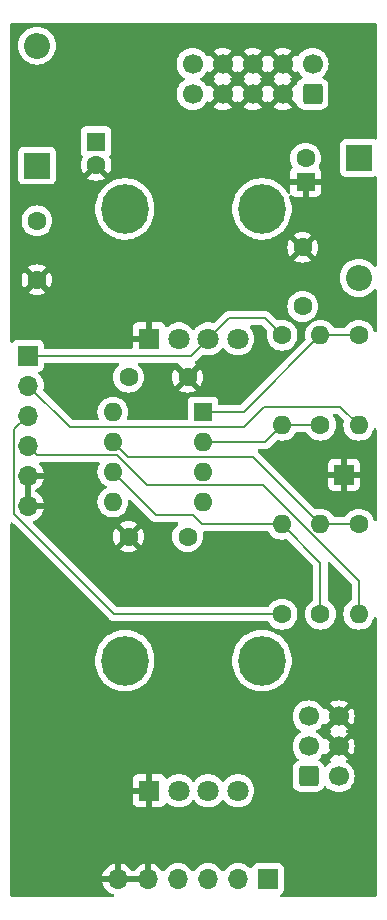
<source format=gtl>
%TF.GenerationSoftware,KiCad,Pcbnew,8.0.5*%
%TF.CreationDate,2024-12-03T23:35:50+01:00*%
%TF.ProjectId,DMH_Multiverter_PCB,444d485f-4d75-46c7-9469-766572746572,1*%
%TF.SameCoordinates,Original*%
%TF.FileFunction,Copper,L1,Top*%
%TF.FilePolarity,Positive*%
%FSLAX46Y46*%
G04 Gerber Fmt 4.6, Leading zero omitted, Abs format (unit mm)*
G04 Created by KiCad (PCBNEW 8.0.5) date 2024-12-03 23:35:50*
%MOMM*%
%LPD*%
G01*
G04 APERTURE LIST*
G04 Aperture macros list*
%AMRoundRect*
0 Rectangle with rounded corners*
0 $1 Rounding radius*
0 $2 $3 $4 $5 $6 $7 $8 $9 X,Y pos of 4 corners*
0 Add a 4 corners polygon primitive as box body*
4,1,4,$2,$3,$4,$5,$6,$7,$8,$9,$2,$3,0*
0 Add four circle primitives for the rounded corners*
1,1,$1+$1,$2,$3*
1,1,$1+$1,$4,$5*
1,1,$1+$1,$6,$7*
1,1,$1+$1,$8,$9*
0 Add four rect primitives between the rounded corners*
20,1,$1+$1,$2,$3,$4,$5,0*
20,1,$1+$1,$4,$5,$6,$7,0*
20,1,$1+$1,$6,$7,$8,$9,0*
20,1,$1+$1,$8,$9,$2,$3,0*%
G04 Aperture macros list end*
%TA.AperFunction,ComponentPad*%
%ADD10O,4.000000X4.200000*%
%TD*%
%TA.AperFunction,ComponentPad*%
%ADD11C,1.800000*%
%TD*%
%TA.AperFunction,ComponentPad*%
%ADD12R,1.800000X1.800000*%
%TD*%
%TA.AperFunction,ComponentPad*%
%ADD13R,1.700000X1.700000*%
%TD*%
%TA.AperFunction,ComponentPad*%
%ADD14C,1.600000*%
%TD*%
%TA.AperFunction,ComponentPad*%
%ADD15O,1.600000X1.600000*%
%TD*%
%TA.AperFunction,ComponentPad*%
%ADD16R,1.600000X1.600000*%
%TD*%
%TA.AperFunction,ComponentPad*%
%ADD17R,2.200000X2.200000*%
%TD*%
%TA.AperFunction,ComponentPad*%
%ADD18O,2.200000X2.200000*%
%TD*%
%TA.AperFunction,ComponentPad*%
%ADD19O,1.700000X1.700000*%
%TD*%
%TA.AperFunction,ComponentPad*%
%ADD20RoundRect,0.250000X0.600000X-0.600000X0.600000X0.600000X-0.600000X0.600000X-0.600000X-0.600000X0*%
%TD*%
%TA.AperFunction,ComponentPad*%
%ADD21C,1.700000*%
%TD*%
%TA.AperFunction,ComponentPad*%
%ADD22RoundRect,0.250000X-0.600000X-0.600000X0.600000X-0.600000X0.600000X0.600000X-0.600000X0.600000X0*%
%TD*%
%TA.AperFunction,Conductor*%
%ADD23C,0.200000*%
%TD*%
G04 APERTURE END LIST*
D10*
%TO.P,RV1,*%
%TO.N,*%
X77200000Y-58750000D03*
D11*
X86750000Y-69750000D03*
D10*
X88800000Y-58750000D03*
D12*
%TO.P,RV1,1,1*%
%TO.N,GND*%
X79250000Y-69750000D03*
D11*
%TO.P,RV1,2,2*%
%TO.N,Net-(U1A-+)*%
X81750000Y-69750000D03*
%TO.P,RV1,3,3*%
%TO.N,/Core Circuit/Att A Input*%
X84250000Y-69750000D03*
%TD*%
D13*
%TO.P,J0,1,Pin_1*%
%TO.N,GND*%
X95750000Y-81250000D03*
%TD*%
D10*
%TO.P,RV2,*%
%TO.N,*%
X77200000Y-97000000D03*
D11*
X86750000Y-108000000D03*
D10*
X88800000Y-97000000D03*
D12*
%TO.P,RV2,1,1*%
%TO.N,GND*%
X79250000Y-108000000D03*
D11*
%TO.P,RV2,2,2*%
%TO.N,Net-(U1B-+)*%
X81750000Y-108000000D03*
%TO.P,RV2,3,3*%
%TO.N,/Core Circuit/Att B Input*%
X84250000Y-108000000D03*
%TD*%
D14*
%TO.P,R1,1*%
%TO.N,/Core Circuit/Att A Input*%
X90500000Y-69440000D03*
D15*
%TO.P,R1,2*%
%TO.N,Net-(U1A--)*%
X90500000Y-77060000D03*
%TD*%
D14*
%TO.P,C6,1*%
%TO.N,GND*%
X77500000Y-86500000D03*
%TO.P,C6,2*%
%TO.N,-12V*%
X82500000Y-86500000D03*
%TD*%
D16*
%TO.P,U1,1*%
%TO.N,Net-(R2-Pad2)*%
X83800000Y-75950000D03*
D15*
%TO.P,U1,2,-*%
%TO.N,Net-(U1A--)*%
X83800000Y-78490000D03*
%TO.P,U1,3,+*%
%TO.N,Net-(U1A-+)*%
X83800000Y-81030000D03*
%TO.P,U1,4,V-*%
%TO.N,-12V*%
X83800000Y-83570000D03*
%TO.P,U1,5,+*%
%TO.N,Net-(U1B-+)*%
X76180000Y-83570000D03*
%TO.P,U1,6,-*%
%TO.N,Net-(U1B--)*%
X76180000Y-81030000D03*
%TO.P,U1,7*%
%TO.N,Net-(R5-Pad2)*%
X76180000Y-78490000D03*
%TO.P,U1,8,V+*%
%TO.N,+12V*%
X76180000Y-75950000D03*
%TD*%
D14*
%TO.P,C4,1*%
%TO.N,GND*%
X92250000Y-62000000D03*
%TO.P,C4,2*%
%TO.N,-12V*%
X92250000Y-67000000D03*
%TD*%
%TO.P,R3,1*%
%TO.N,Net-(R2-Pad2)*%
X97000000Y-69440000D03*
D15*
%TO.P,R3,2*%
%TO.N,/Core Circuit/Att A Output*%
X97000000Y-77060000D03*
%TD*%
D17*
%TO.P,D2,1,K*%
%TO.N,Net-(D2-K)*%
X97000000Y-54420000D03*
D18*
%TO.P,D2,2,A*%
%TO.N,-12V*%
X97000000Y-64580000D03*
%TD*%
D13*
%TO.P,J60,1,Pin_1*%
%TO.N,Net-(J200-Pin_1)*%
X89325000Y-115475000D03*
D19*
%TO.P,J60,2,Pin_2*%
%TO.N,Net-(J200-Pin_2)*%
X86785000Y-115475000D03*
%TO.P,J60,3,Pin_3*%
%TO.N,Net-(J200-Pin_3)*%
X84245000Y-115475000D03*
%TO.P,J60,4,Pin_4*%
%TO.N,Net-(J200-Pin_4)*%
X81705000Y-115475000D03*
%TO.P,J60,5,Pin_5*%
%TO.N,GND*%
X79165000Y-115475000D03*
%TO.P,J60,6,Pin_6*%
X76625000Y-115475000D03*
%TD*%
D14*
%TO.P,R4,1*%
%TO.N,/Core Circuit/Att B Input*%
X90500000Y-93060000D03*
D15*
%TO.P,R4,2*%
%TO.N,Net-(U1B--)*%
X90500000Y-85440000D03*
%TD*%
D14*
%TO.P,R2,1*%
%TO.N,Net-(U1A--)*%
X93750000Y-77060000D03*
D15*
%TO.P,R2,2*%
%TO.N,Net-(R2-Pad2)*%
X93750000Y-69440000D03*
%TD*%
D13*
%TO.P,J50,1,Pin_1*%
%TO.N,/Core Circuit/Att A Input*%
X68975000Y-71175000D03*
D19*
%TO.P,J50,2,Pin_2*%
%TO.N,/Core Circuit/Att A Output*%
X68975000Y-73715000D03*
%TO.P,J50,3,Pin_3*%
%TO.N,/Core Circuit/Att B Input*%
X68975000Y-76255000D03*
%TO.P,J50,4,Pin_4*%
%TO.N,/Core Circuit/Att B Output*%
X68975000Y-78795000D03*
%TO.P,J50,5,Pin_5*%
%TO.N,GND*%
X68975000Y-81335000D03*
%TO.P,J50,6,Pin_6*%
X68975000Y-83875000D03*
%TD*%
D17*
%TO.P,D1,1,K*%
%TO.N,+12V*%
X69750000Y-55080000D03*
D18*
%TO.P,D1,2,A*%
%TO.N,Net-(D1-A)*%
X69750000Y-44920000D03*
%TD*%
D16*
%TO.P,C2,1*%
%TO.N,GND*%
X92500000Y-56455113D03*
D14*
%TO.P,C2,2*%
%TO.N,-12V*%
X92500000Y-54455113D03*
%TD*%
%TO.P,R6,1*%
%TO.N,Net-(R5-Pad2)*%
X97000000Y-85440000D03*
D15*
%TO.P,R6,2*%
%TO.N,/Core Circuit/Att B Output*%
X97000000Y-93060000D03*
%TD*%
D14*
%TO.P,R5,1*%
%TO.N,Net-(U1B--)*%
X93750000Y-93060000D03*
D15*
%TO.P,R5,2*%
%TO.N,Net-(R5-Pad2)*%
X93750000Y-85440000D03*
%TD*%
D14*
%TO.P,C5,1*%
%TO.N,+12V*%
X77500000Y-73000000D03*
%TO.P,C5,2*%
%TO.N,GND*%
X82500000Y-73000000D03*
%TD*%
%TO.P,C3,1*%
%TO.N,+12V*%
X69750000Y-59750000D03*
%TO.P,C3,2*%
%TO.N,GND*%
X69750000Y-64750000D03*
%TD*%
D20*
%TO.P,J100,1a,Pin_1a*%
%TO.N,Net-(D2-K)*%
X93080000Y-49002500D03*
D21*
%TO.P,J100,1b,Pin_1b*%
X93080000Y-46462500D03*
%TO.P,J100,2a,Pin_2a*%
%TO.N,GND*%
X90540000Y-49002500D03*
%TO.P,J100,2b,Pin_2b*%
X90540000Y-46462500D03*
%TO.P,J100,3a,Pin_3a*%
X88000000Y-49002500D03*
%TO.P,J100,3b,Pin_3b*%
X88000000Y-46462500D03*
%TO.P,J100,4a,Pin_4a*%
X85460000Y-49002500D03*
%TO.P,J100,4b,Pin_4b*%
X85460000Y-46462500D03*
%TO.P,J100,5a,Pin_5a*%
%TO.N,Net-(D1-A)*%
X82920000Y-49002500D03*
%TO.P,J100,5b,Pin_5b*%
X82920000Y-46462500D03*
%TD*%
D16*
%TO.P,C1,1*%
%TO.N,+12V*%
X74750000Y-53044888D03*
D14*
%TO.P,C1,2*%
%TO.N,GND*%
X74750000Y-55044888D03*
%TD*%
D22*
%TO.P,J200,1,Pin_1*%
%TO.N,Net-(J200-Pin_1)*%
X92747500Y-106790000D03*
D21*
%TO.P,J200,2,Pin_2*%
%TO.N,Net-(J200-Pin_2)*%
X92747500Y-104250000D03*
%TO.P,J200,3,Pin_3*%
%TO.N,Net-(J200-Pin_3)*%
X92747500Y-101710000D03*
%TO.P,J200,4,Pin_4*%
%TO.N,Net-(J200-Pin_4)*%
X95287500Y-106790000D03*
%TO.P,J200,5,Pin_5*%
%TO.N,GND*%
X95287500Y-104250000D03*
%TO.P,J200,6,Pin_6*%
X95287500Y-101710000D03*
%TD*%
D23*
%TO.N,/Core Circuit/Att A Input*%
X86000000Y-68000000D02*
X84250000Y-69750000D01*
X90500000Y-69440000D02*
X89060000Y-68000000D01*
X82825000Y-71175000D02*
X68975000Y-71175000D01*
X84250000Y-69750000D02*
X82825000Y-71175000D01*
X89060000Y-68000000D02*
X86000000Y-68000000D01*
%TO.N,/Core Circuit/Att A Output*%
X95440000Y-75500000D02*
X89000000Y-75500000D01*
X72510000Y-77250000D02*
X68975000Y-73715000D01*
X87250000Y-77250000D02*
X72510000Y-77250000D01*
X97000000Y-77060000D02*
X95440000Y-75500000D01*
X89000000Y-75500000D02*
X87250000Y-77250000D01*
%TO.N,/Core Circuit/Att B Input*%
X67825000Y-84575000D02*
X76310000Y-93060000D01*
X67825000Y-77405000D02*
X67825000Y-84575000D01*
X76310000Y-93060000D02*
X90500000Y-93060000D01*
X68975000Y-76255000D02*
X67825000Y-77405000D01*
%TO.N,/Core Circuit/Att B Output*%
X88880000Y-82130000D02*
X79040000Y-82130000D01*
X76500000Y-79590000D02*
X69770000Y-79590000D01*
X69770000Y-79590000D02*
X68975000Y-78795000D01*
X97000000Y-90250000D02*
X88880000Y-82130000D01*
X79040000Y-82130000D02*
X76500000Y-79590000D01*
X97000000Y-93060000D02*
X97000000Y-90250000D01*
%TO.N,Net-(U1A--)*%
X89070000Y-78490000D02*
X83800000Y-78490000D01*
X90500000Y-77060000D02*
X93750000Y-77060000D01*
X90500000Y-77060000D02*
X89070000Y-78490000D01*
%TO.N,Net-(R2-Pad2)*%
X93750000Y-69440000D02*
X97000000Y-69440000D01*
X93750000Y-69440000D02*
X87240000Y-75950000D01*
X87240000Y-75950000D02*
X83800000Y-75950000D01*
%TO.N,Net-(U1B--)*%
X90500000Y-85440000D02*
X83690000Y-85440000D01*
X93750000Y-93060000D02*
X93750000Y-88690000D01*
X93750000Y-88690000D02*
X90500000Y-85440000D01*
X82920000Y-84670000D02*
X79820000Y-84670000D01*
X79820000Y-84670000D02*
X76180000Y-81030000D01*
X83690000Y-85440000D02*
X82920000Y-84670000D01*
%TO.N,Net-(R5-Pad2)*%
X93750000Y-85440000D02*
X88060000Y-79750000D01*
X88060000Y-79750000D02*
X77440000Y-79750000D01*
X77440000Y-79750000D02*
X76180000Y-78490000D01*
X93750000Y-85440000D02*
X97000000Y-85440000D01*
%TD*%
%TA.AperFunction,Conductor*%
%TO.N,GND*%
G36*
X94821575Y-104442993D02*
G01*
X94887401Y-104557007D01*
X94980493Y-104650099D01*
X95094507Y-104715925D01*
X95158090Y-104732962D01*
X94526125Y-105364925D01*
X94602094Y-105418119D01*
X94645719Y-105472696D01*
X94652913Y-105542194D01*
X94621390Y-105604549D01*
X94602095Y-105621269D01*
X94416094Y-105751508D01*
X94249003Y-105918599D01*
X94247849Y-105919975D01*
X94247188Y-105920414D01*
X94245176Y-105922427D01*
X94244771Y-105922022D01*
X94189673Y-105958671D01*
X94119812Y-105959772D01*
X94060446Y-105922928D01*
X94035163Y-105879265D01*
X94032314Y-105870666D01*
X93940212Y-105721344D01*
X93816156Y-105597288D01*
X93666834Y-105505186D01*
X93658233Y-105502336D01*
X93600790Y-105462564D01*
X93573967Y-105398048D01*
X93586282Y-105329272D01*
X93615267Y-105292517D01*
X93615073Y-105292323D01*
X93616719Y-105290676D01*
X93617540Y-105289636D01*
X93618888Y-105288504D01*
X93618901Y-105288495D01*
X93785995Y-105121401D01*
X93916232Y-104935403D01*
X93970807Y-104891780D01*
X94040305Y-104884586D01*
X94102660Y-104916109D01*
X94119380Y-104935405D01*
X94172573Y-105011373D01*
X94804537Y-104379409D01*
X94821575Y-104442993D01*
G37*
%TD.AperFunction*%
%TA.AperFunction,Conductor*%
G36*
X94821575Y-101902993D02*
G01*
X94887401Y-102017007D01*
X94980493Y-102110099D01*
X95094507Y-102175925D01*
X95158090Y-102192962D01*
X94526125Y-102824925D01*
X94602531Y-102878425D01*
X94646155Y-102933002D01*
X94653348Y-103002501D01*
X94621826Y-103064855D01*
X94602529Y-103081576D01*
X94526125Y-103135072D01*
X95158090Y-103767037D01*
X95094507Y-103784075D01*
X94980493Y-103849901D01*
X94887401Y-103942993D01*
X94821575Y-104057007D01*
X94804537Y-104120590D01*
X94172573Y-103488626D01*
X94119381Y-103564594D01*
X94064804Y-103608219D01*
X93995306Y-103615413D01*
X93932951Y-103583891D01*
X93916230Y-103564594D01*
X93785994Y-103378597D01*
X93618902Y-103211506D01*
X93618896Y-103211501D01*
X93433342Y-103081575D01*
X93389717Y-103026998D01*
X93382523Y-102957500D01*
X93414046Y-102895145D01*
X93433342Y-102878425D01*
X93509748Y-102824925D01*
X93618901Y-102748495D01*
X93785995Y-102581401D01*
X93916232Y-102395403D01*
X93970807Y-102351780D01*
X94040305Y-102344586D01*
X94102660Y-102376109D01*
X94119380Y-102395405D01*
X94172573Y-102471373D01*
X94804537Y-101839409D01*
X94821575Y-101902993D01*
G37*
%TD.AperFunction*%
%TA.AperFunction,Conductor*%
G36*
X75009527Y-80210185D02*
G01*
X75055282Y-80262989D01*
X75065226Y-80332147D01*
X75051363Y-80372193D01*
X75051720Y-80372360D01*
X75050112Y-80375806D01*
X75049870Y-80376508D01*
X75049432Y-80377266D01*
X74953261Y-80583502D01*
X74953258Y-80583511D01*
X74894366Y-80803302D01*
X74894364Y-80803313D01*
X74874532Y-81029998D01*
X74874532Y-81030001D01*
X74894364Y-81256686D01*
X74894366Y-81256697D01*
X74953258Y-81476488D01*
X74953261Y-81476497D01*
X75049431Y-81682732D01*
X75049432Y-81682734D01*
X75179954Y-81869141D01*
X75340858Y-82030045D01*
X75340861Y-82030047D01*
X75527266Y-82160568D01*
X75585275Y-82187618D01*
X75637714Y-82233791D01*
X75656866Y-82300984D01*
X75636650Y-82367865D01*
X75585275Y-82412382D01*
X75527267Y-82439431D01*
X75527265Y-82439432D01*
X75340858Y-82569954D01*
X75179954Y-82730858D01*
X75049432Y-82917265D01*
X75049431Y-82917267D01*
X74953261Y-83123502D01*
X74953258Y-83123511D01*
X74894366Y-83343302D01*
X74894364Y-83343313D01*
X74874532Y-83569998D01*
X74874532Y-83570001D01*
X74894364Y-83796686D01*
X74894366Y-83796697D01*
X74953258Y-84016488D01*
X74953261Y-84016497D01*
X75049431Y-84222732D01*
X75049432Y-84222734D01*
X75179954Y-84409141D01*
X75340858Y-84570045D01*
X75340861Y-84570047D01*
X75527266Y-84700568D01*
X75733504Y-84796739D01*
X75953308Y-84855635D01*
X76115230Y-84869801D01*
X76179998Y-84875468D01*
X76180000Y-84875468D01*
X76180002Y-84875468D01*
X76236673Y-84870509D01*
X76406692Y-84855635D01*
X76626496Y-84796739D01*
X76832734Y-84700568D01*
X77019139Y-84570047D01*
X77180047Y-84409139D01*
X77310568Y-84222734D01*
X77406739Y-84016496D01*
X77465635Y-83796692D01*
X77485468Y-83570000D01*
X77478219Y-83487149D01*
X77491985Y-83418652D01*
X77540600Y-83368469D01*
X77608628Y-83352535D01*
X77674472Y-83375910D01*
X77689428Y-83388663D01*
X79335139Y-85034374D01*
X79335149Y-85034385D01*
X79339479Y-85038715D01*
X79339480Y-85038716D01*
X79451284Y-85150520D01*
X79451286Y-85150521D01*
X79451290Y-85150524D01*
X79562725Y-85214860D01*
X79588216Y-85229577D01*
X79700019Y-85259534D01*
X79740942Y-85270500D01*
X79740943Y-85270500D01*
X81595276Y-85270500D01*
X81662315Y-85290185D01*
X81708070Y-85342989D01*
X81718014Y-85412147D01*
X81688989Y-85475703D01*
X81666398Y-85496076D01*
X81660857Y-85499955D01*
X81499954Y-85660858D01*
X81369432Y-85847265D01*
X81369431Y-85847267D01*
X81273261Y-86053502D01*
X81273258Y-86053511D01*
X81214366Y-86273302D01*
X81214364Y-86273313D01*
X81194532Y-86499998D01*
X81194532Y-86500001D01*
X81214364Y-86726686D01*
X81214366Y-86726697D01*
X81273258Y-86946488D01*
X81273261Y-86946497D01*
X81369431Y-87152732D01*
X81369432Y-87152734D01*
X81499954Y-87339141D01*
X81660858Y-87500045D01*
X81660861Y-87500047D01*
X81847266Y-87630568D01*
X82053504Y-87726739D01*
X82273308Y-87785635D01*
X82435230Y-87799801D01*
X82499998Y-87805468D01*
X82500000Y-87805468D01*
X82500002Y-87805468D01*
X82556673Y-87800509D01*
X82726692Y-87785635D01*
X82946496Y-87726739D01*
X83152734Y-87630568D01*
X83339139Y-87500047D01*
X83500047Y-87339139D01*
X83630568Y-87152734D01*
X83726739Y-86946496D01*
X83785635Y-86726692D01*
X83805468Y-86500000D01*
X83785635Y-86273308D01*
X83765079Y-86196591D01*
X83766742Y-86126744D01*
X83805904Y-86068881D01*
X83870133Y-86041377D01*
X83884854Y-86040500D01*
X89268308Y-86040500D01*
X89335347Y-86060185D01*
X89369880Y-86093374D01*
X89407042Y-86146447D01*
X89499954Y-86279141D01*
X89660858Y-86440045D01*
X89660861Y-86440047D01*
X89847266Y-86570568D01*
X90053504Y-86666739D01*
X90273308Y-86725635D01*
X90435230Y-86739801D01*
X90499998Y-86745468D01*
X90500000Y-86745468D01*
X90500002Y-86745468D01*
X90556673Y-86740509D01*
X90726692Y-86725635D01*
X90822932Y-86699847D01*
X90892781Y-86701510D01*
X90942706Y-86731941D01*
X93113181Y-88902416D01*
X93146666Y-88963739D01*
X93149500Y-88990097D01*
X93149500Y-91828306D01*
X93129815Y-91895345D01*
X93096623Y-91929881D01*
X92910859Y-92059953D01*
X92749954Y-92220858D01*
X92619432Y-92407265D01*
X92619431Y-92407267D01*
X92523261Y-92613502D01*
X92523258Y-92613511D01*
X92464366Y-92833302D01*
X92464364Y-92833313D01*
X92444532Y-93059998D01*
X92444532Y-93060001D01*
X92464364Y-93286686D01*
X92464366Y-93286697D01*
X92523258Y-93506488D01*
X92523261Y-93506497D01*
X92619431Y-93712732D01*
X92619432Y-93712734D01*
X92749954Y-93899141D01*
X92910858Y-94060045D01*
X92910861Y-94060047D01*
X93097266Y-94190568D01*
X93303504Y-94286739D01*
X93523308Y-94345635D01*
X93685230Y-94359801D01*
X93749998Y-94365468D01*
X93750000Y-94365468D01*
X93750002Y-94365468D01*
X93806673Y-94360509D01*
X93976692Y-94345635D01*
X94196496Y-94286739D01*
X94402734Y-94190568D01*
X94589139Y-94060047D01*
X94750047Y-93899139D01*
X94880568Y-93712734D01*
X94976739Y-93506496D01*
X95035635Y-93286692D01*
X95055468Y-93060000D01*
X95035635Y-92833308D01*
X94976739Y-92613504D01*
X94880568Y-92407266D01*
X94750047Y-92220861D01*
X94750045Y-92220858D01*
X94589140Y-92059953D01*
X94403377Y-91929881D01*
X94359752Y-91875304D01*
X94350500Y-91828306D01*
X94350500Y-88749097D01*
X94370185Y-88682058D01*
X94422989Y-88636303D01*
X94492147Y-88626359D01*
X94555703Y-88655384D01*
X94562181Y-88661416D01*
X96363181Y-90462416D01*
X96396666Y-90523739D01*
X96399500Y-90550097D01*
X96399500Y-91828306D01*
X96379815Y-91895345D01*
X96346623Y-91929881D01*
X96160859Y-92059953D01*
X95999954Y-92220858D01*
X95869432Y-92407265D01*
X95869431Y-92407267D01*
X95773261Y-92613502D01*
X95773258Y-92613511D01*
X95714366Y-92833302D01*
X95714364Y-92833313D01*
X95694532Y-93059998D01*
X95694532Y-93060001D01*
X95714364Y-93286686D01*
X95714366Y-93286697D01*
X95773258Y-93506488D01*
X95773261Y-93506497D01*
X95869431Y-93712732D01*
X95869432Y-93712734D01*
X95999954Y-93899141D01*
X96160858Y-94060045D01*
X96160861Y-94060047D01*
X96347266Y-94190568D01*
X96553504Y-94286739D01*
X96773308Y-94345635D01*
X96935230Y-94359801D01*
X96999998Y-94365468D01*
X97000000Y-94365468D01*
X97000002Y-94365468D01*
X97056673Y-94360509D01*
X97226692Y-94345635D01*
X97446496Y-94286739D01*
X97652734Y-94190568D01*
X97839139Y-94060047D01*
X98000047Y-93899139D01*
X98130568Y-93712734D01*
X98226739Y-93506496D01*
X98255725Y-93398317D01*
X98292090Y-93338657D01*
X98354936Y-93308128D01*
X98424312Y-93316422D01*
X98478190Y-93360908D01*
X98499465Y-93427459D01*
X98499500Y-93430411D01*
X98499500Y-116875500D01*
X98479815Y-116942539D01*
X98427011Y-116988294D01*
X98375500Y-116999500D01*
X90480656Y-116999500D01*
X90413617Y-116979815D01*
X90367862Y-116927011D01*
X90357918Y-116857853D01*
X90386943Y-116794297D01*
X90410893Y-116774996D01*
X90410231Y-116774112D01*
X90490136Y-116714293D01*
X90532546Y-116682546D01*
X90618796Y-116567331D01*
X90669091Y-116432483D01*
X90675500Y-116372873D01*
X90675499Y-114577128D01*
X90669091Y-114517517D01*
X90667810Y-114514083D01*
X90618797Y-114382671D01*
X90618793Y-114382664D01*
X90532547Y-114267455D01*
X90532544Y-114267452D01*
X90417335Y-114181206D01*
X90417328Y-114181202D01*
X90282482Y-114130908D01*
X90282483Y-114130908D01*
X90222883Y-114124501D01*
X90222881Y-114124500D01*
X90222873Y-114124500D01*
X90222864Y-114124500D01*
X88427129Y-114124500D01*
X88427123Y-114124501D01*
X88367516Y-114130908D01*
X88232671Y-114181202D01*
X88232664Y-114181206D01*
X88117455Y-114267452D01*
X88117452Y-114267455D01*
X88031206Y-114382664D01*
X88031203Y-114382669D01*
X87982189Y-114514083D01*
X87940317Y-114570016D01*
X87874853Y-114594433D01*
X87806580Y-114579581D01*
X87778326Y-114558430D01*
X87656402Y-114436506D01*
X87656395Y-114436501D01*
X87462834Y-114300967D01*
X87462830Y-114300965D01*
X87462828Y-114300964D01*
X87248663Y-114201097D01*
X87248659Y-114201096D01*
X87248655Y-114201094D01*
X87020413Y-114139938D01*
X87020403Y-114139936D01*
X86785001Y-114119341D01*
X86784999Y-114119341D01*
X86549596Y-114139936D01*
X86549586Y-114139938D01*
X86321344Y-114201094D01*
X86321335Y-114201098D01*
X86107171Y-114300964D01*
X86107169Y-114300965D01*
X85913597Y-114436505D01*
X85746505Y-114603597D01*
X85616575Y-114789158D01*
X85561998Y-114832783D01*
X85492500Y-114839977D01*
X85430145Y-114808454D01*
X85413425Y-114789158D01*
X85283494Y-114603597D01*
X85116402Y-114436506D01*
X85116395Y-114436501D01*
X84922834Y-114300967D01*
X84922830Y-114300965D01*
X84922828Y-114300964D01*
X84708663Y-114201097D01*
X84708659Y-114201096D01*
X84708655Y-114201094D01*
X84480413Y-114139938D01*
X84480403Y-114139936D01*
X84245001Y-114119341D01*
X84244999Y-114119341D01*
X84009596Y-114139936D01*
X84009586Y-114139938D01*
X83781344Y-114201094D01*
X83781335Y-114201098D01*
X83567171Y-114300964D01*
X83567169Y-114300965D01*
X83373597Y-114436505D01*
X83206505Y-114603597D01*
X83076575Y-114789158D01*
X83021998Y-114832783D01*
X82952500Y-114839977D01*
X82890145Y-114808454D01*
X82873425Y-114789158D01*
X82743494Y-114603597D01*
X82576402Y-114436506D01*
X82576395Y-114436501D01*
X82382834Y-114300967D01*
X82382830Y-114300965D01*
X82382828Y-114300964D01*
X82168663Y-114201097D01*
X82168659Y-114201096D01*
X82168655Y-114201094D01*
X81940413Y-114139938D01*
X81940403Y-114139936D01*
X81705001Y-114119341D01*
X81704999Y-114119341D01*
X81469596Y-114139936D01*
X81469586Y-114139938D01*
X81241344Y-114201094D01*
X81241335Y-114201098D01*
X81027171Y-114300964D01*
X81027169Y-114300965D01*
X80833597Y-114436505D01*
X80666508Y-114603594D01*
X80536269Y-114789595D01*
X80481692Y-114833219D01*
X80412193Y-114840412D01*
X80349839Y-114808890D01*
X80333119Y-114789594D01*
X80203113Y-114603926D01*
X80203108Y-114603920D01*
X80036082Y-114436894D01*
X79842578Y-114301399D01*
X79628492Y-114201570D01*
X79628486Y-114201567D01*
X79415000Y-114144364D01*
X79415000Y-115041988D01*
X79357993Y-115009075D01*
X79230826Y-114975000D01*
X79099174Y-114975000D01*
X78972007Y-115009075D01*
X78915000Y-115041988D01*
X78915000Y-114144364D01*
X78914999Y-114144364D01*
X78701513Y-114201567D01*
X78701507Y-114201570D01*
X78487422Y-114301399D01*
X78487420Y-114301400D01*
X78293926Y-114436886D01*
X78293920Y-114436891D01*
X78126891Y-114603920D01*
X78126890Y-114603922D01*
X77996575Y-114790031D01*
X77941998Y-114833655D01*
X77872499Y-114840848D01*
X77810145Y-114809326D01*
X77793425Y-114790031D01*
X77663109Y-114603922D01*
X77663108Y-114603920D01*
X77496082Y-114436894D01*
X77302578Y-114301399D01*
X77088492Y-114201570D01*
X77088486Y-114201567D01*
X76875000Y-114144364D01*
X76875000Y-115041988D01*
X76817993Y-115009075D01*
X76690826Y-114975000D01*
X76559174Y-114975000D01*
X76432007Y-115009075D01*
X76375000Y-115041988D01*
X76375000Y-114144364D01*
X76374999Y-114144364D01*
X76161513Y-114201567D01*
X76161507Y-114201570D01*
X75947422Y-114301399D01*
X75947420Y-114301400D01*
X75753926Y-114436886D01*
X75753920Y-114436891D01*
X75586891Y-114603920D01*
X75586886Y-114603926D01*
X75451400Y-114797420D01*
X75451399Y-114797422D01*
X75351570Y-115011507D01*
X75351567Y-115011513D01*
X75294364Y-115224999D01*
X75294364Y-115225000D01*
X76191988Y-115225000D01*
X76159075Y-115282007D01*
X76125000Y-115409174D01*
X76125000Y-115540826D01*
X76159075Y-115667993D01*
X76191988Y-115725000D01*
X75294364Y-115725000D01*
X75351567Y-115938486D01*
X75351570Y-115938492D01*
X75451399Y-116152578D01*
X75586894Y-116346082D01*
X75753917Y-116513105D01*
X75947421Y-116648600D01*
X76161507Y-116748429D01*
X76161513Y-116748432D01*
X76188730Y-116755725D01*
X76248390Y-116792090D01*
X76278919Y-116854937D01*
X76270624Y-116924313D01*
X76226139Y-116978191D01*
X76159587Y-116999465D01*
X76156636Y-116999500D01*
X67624500Y-116999500D01*
X67557461Y-116979815D01*
X67511706Y-116927011D01*
X67500500Y-116875500D01*
X67500500Y-107052155D01*
X77850000Y-107052155D01*
X77850000Y-107750000D01*
X78816988Y-107750000D01*
X78784075Y-107807007D01*
X78750000Y-107934174D01*
X78750000Y-108065826D01*
X78784075Y-108192993D01*
X78816988Y-108250000D01*
X77850000Y-108250000D01*
X77850000Y-108947844D01*
X77856401Y-109007372D01*
X77856403Y-109007379D01*
X77906645Y-109142086D01*
X77906649Y-109142093D01*
X77992809Y-109257187D01*
X77992812Y-109257190D01*
X78107906Y-109343350D01*
X78107913Y-109343354D01*
X78242620Y-109393596D01*
X78242627Y-109393598D01*
X78302155Y-109399999D01*
X78302172Y-109400000D01*
X79000000Y-109400000D01*
X79000000Y-108433012D01*
X79057007Y-108465925D01*
X79184174Y-108500000D01*
X79315826Y-108500000D01*
X79442993Y-108465925D01*
X79500000Y-108433012D01*
X79500000Y-109400000D01*
X80197828Y-109400000D01*
X80197844Y-109399999D01*
X80257372Y-109393598D01*
X80257379Y-109393596D01*
X80392086Y-109343354D01*
X80392093Y-109343350D01*
X80507187Y-109257190D01*
X80507190Y-109257187D01*
X80593350Y-109142093D01*
X80593353Y-109142088D01*
X80611678Y-109092955D01*
X80653549Y-109037020D01*
X80719013Y-109012602D01*
X80787286Y-109027453D01*
X80804023Y-109038433D01*
X80981365Y-109176464D01*
X80981371Y-109176468D01*
X80981374Y-109176470D01*
X81185497Y-109286936D01*
X81299487Y-109326068D01*
X81405015Y-109362297D01*
X81405017Y-109362297D01*
X81405019Y-109362298D01*
X81633951Y-109400500D01*
X81633952Y-109400500D01*
X81866048Y-109400500D01*
X81866049Y-109400500D01*
X82094981Y-109362298D01*
X82314503Y-109286936D01*
X82518626Y-109176470D01*
X82701784Y-109033913D01*
X82858979Y-108863153D01*
X82896191Y-108806196D01*
X82949337Y-108760839D01*
X83018569Y-108751415D01*
X83081904Y-108780917D01*
X83103809Y-108806196D01*
X83141016Y-108863147D01*
X83141019Y-108863151D01*
X83141021Y-108863153D01*
X83298216Y-109033913D01*
X83298219Y-109033915D01*
X83298222Y-109033918D01*
X83481365Y-109176464D01*
X83481371Y-109176468D01*
X83481374Y-109176470D01*
X83685497Y-109286936D01*
X83799487Y-109326068D01*
X83905015Y-109362297D01*
X83905017Y-109362297D01*
X83905019Y-109362298D01*
X84133951Y-109400500D01*
X84133952Y-109400500D01*
X84366048Y-109400500D01*
X84366049Y-109400500D01*
X84594981Y-109362298D01*
X84814503Y-109286936D01*
X85018626Y-109176470D01*
X85201784Y-109033913D01*
X85358979Y-108863153D01*
X85396191Y-108806196D01*
X85449337Y-108760839D01*
X85518569Y-108751415D01*
X85581904Y-108780917D01*
X85603809Y-108806196D01*
X85641016Y-108863147D01*
X85641019Y-108863151D01*
X85641021Y-108863153D01*
X85798216Y-109033913D01*
X85798219Y-109033915D01*
X85798222Y-109033918D01*
X85981365Y-109176464D01*
X85981371Y-109176468D01*
X85981374Y-109176470D01*
X86185497Y-109286936D01*
X86299487Y-109326068D01*
X86405015Y-109362297D01*
X86405017Y-109362297D01*
X86405019Y-109362298D01*
X86633951Y-109400500D01*
X86633952Y-109400500D01*
X86866048Y-109400500D01*
X86866049Y-109400500D01*
X87094981Y-109362298D01*
X87314503Y-109286936D01*
X87518626Y-109176470D01*
X87701784Y-109033913D01*
X87858979Y-108863153D01*
X87985924Y-108668849D01*
X88079157Y-108456300D01*
X88136134Y-108231305D01*
X88143231Y-108145659D01*
X88155300Y-108000006D01*
X88155300Y-107999993D01*
X88136135Y-107768702D01*
X88136133Y-107768691D01*
X88079157Y-107543699D01*
X87985924Y-107331151D01*
X87858983Y-107136852D01*
X87858980Y-107136849D01*
X87858979Y-107136847D01*
X87701784Y-106966087D01*
X87701779Y-106966083D01*
X87701777Y-106966081D01*
X87518634Y-106823535D01*
X87518628Y-106823531D01*
X87314504Y-106713064D01*
X87314495Y-106713061D01*
X87094984Y-106637702D01*
X86907404Y-106606401D01*
X86866049Y-106599500D01*
X86633951Y-106599500D01*
X86592596Y-106606401D01*
X86405015Y-106637702D01*
X86185504Y-106713061D01*
X86185495Y-106713064D01*
X85981371Y-106823531D01*
X85981365Y-106823535D01*
X85798222Y-106966081D01*
X85798219Y-106966084D01*
X85798216Y-106966086D01*
X85798216Y-106966087D01*
X85743608Y-107025408D01*
X85641015Y-107136854D01*
X85603808Y-107193804D01*
X85550662Y-107239161D01*
X85481430Y-107248584D01*
X85418095Y-107219082D01*
X85396192Y-107193804D01*
X85358984Y-107136854D01*
X85358982Y-107136852D01*
X85358979Y-107136847D01*
X85201784Y-106966087D01*
X85201779Y-106966083D01*
X85201777Y-106966081D01*
X85018634Y-106823535D01*
X85018628Y-106823531D01*
X84814504Y-106713064D01*
X84814495Y-106713061D01*
X84594984Y-106637702D01*
X84407404Y-106606401D01*
X84366049Y-106599500D01*
X84133951Y-106599500D01*
X84092596Y-106606401D01*
X83905015Y-106637702D01*
X83685504Y-106713061D01*
X83685495Y-106713064D01*
X83481371Y-106823531D01*
X83481365Y-106823535D01*
X83298222Y-106966081D01*
X83298219Y-106966084D01*
X83298216Y-106966086D01*
X83298216Y-106966087D01*
X83243608Y-107025408D01*
X83141015Y-107136854D01*
X83103808Y-107193804D01*
X83050662Y-107239161D01*
X82981430Y-107248584D01*
X82918095Y-107219082D01*
X82896192Y-107193804D01*
X82858984Y-107136854D01*
X82858982Y-107136852D01*
X82858979Y-107136847D01*
X82701784Y-106966087D01*
X82701779Y-106966083D01*
X82701777Y-106966081D01*
X82518634Y-106823535D01*
X82518628Y-106823531D01*
X82314504Y-106713064D01*
X82314495Y-106713061D01*
X82094984Y-106637702D01*
X81907404Y-106606401D01*
X81866049Y-106599500D01*
X81633951Y-106599500D01*
X81592596Y-106606401D01*
X81405015Y-106637702D01*
X81185504Y-106713061D01*
X81185495Y-106713064D01*
X80981372Y-106823531D01*
X80804023Y-106961567D01*
X80739029Y-106987209D01*
X80670489Y-106973642D01*
X80620164Y-106925174D01*
X80611679Y-106907045D01*
X80593355Y-106857915D01*
X80593350Y-106857906D01*
X80507190Y-106742812D01*
X80507187Y-106742809D01*
X80392093Y-106656649D01*
X80392086Y-106656645D01*
X80257379Y-106606403D01*
X80257372Y-106606401D01*
X80197844Y-106600000D01*
X79500000Y-106600000D01*
X79500000Y-107566988D01*
X79442993Y-107534075D01*
X79315826Y-107500000D01*
X79184174Y-107500000D01*
X79057007Y-107534075D01*
X79000000Y-107566988D01*
X79000000Y-106600000D01*
X78302155Y-106600000D01*
X78242627Y-106606401D01*
X78242620Y-106606403D01*
X78107913Y-106656645D01*
X78107906Y-106656649D01*
X77992812Y-106742809D01*
X77992809Y-106742812D01*
X77906649Y-106857906D01*
X77906645Y-106857913D01*
X77856403Y-106992620D01*
X77856401Y-106992627D01*
X77850000Y-107052155D01*
X67500500Y-107052155D01*
X67500500Y-101709999D01*
X91391841Y-101709999D01*
X91391841Y-101710000D01*
X91412436Y-101945403D01*
X91412438Y-101945413D01*
X91473594Y-102173655D01*
X91473596Y-102173659D01*
X91473597Y-102173663D01*
X91553300Y-102344586D01*
X91573465Y-102387830D01*
X91573467Y-102387834D01*
X91631962Y-102471373D01*
X91709001Y-102581396D01*
X91709006Y-102581402D01*
X91876097Y-102748493D01*
X91876103Y-102748498D01*
X92061658Y-102878425D01*
X92105283Y-102933002D01*
X92112477Y-103002500D01*
X92080954Y-103064855D01*
X92061658Y-103081575D01*
X91876097Y-103211505D01*
X91709005Y-103378597D01*
X91573465Y-103572169D01*
X91573464Y-103572171D01*
X91473598Y-103786335D01*
X91473594Y-103786344D01*
X91412438Y-104014586D01*
X91412436Y-104014596D01*
X91391841Y-104249999D01*
X91391841Y-104250000D01*
X91412436Y-104485403D01*
X91412438Y-104485413D01*
X91473594Y-104713655D01*
X91473596Y-104713659D01*
X91473597Y-104713663D01*
X91553300Y-104884586D01*
X91573465Y-104927830D01*
X91573467Y-104927834D01*
X91631962Y-105011373D01*
X91709005Y-105121401D01*
X91876099Y-105288495D01*
X91876104Y-105288499D01*
X91877468Y-105289643D01*
X91877907Y-105290303D01*
X91879927Y-105292323D01*
X91879521Y-105292728D01*
X91916169Y-105347815D01*
X91917276Y-105417676D01*
X91880437Y-105477046D01*
X91836767Y-105502336D01*
X91828169Y-105505184D01*
X91828163Y-105505187D01*
X91678842Y-105597289D01*
X91554789Y-105721342D01*
X91462687Y-105870663D01*
X91462685Y-105870668D01*
X91446201Y-105920414D01*
X91407501Y-106037203D01*
X91407501Y-106037204D01*
X91407500Y-106037204D01*
X91397000Y-106139983D01*
X91397000Y-107440001D01*
X91397001Y-107440018D01*
X91407500Y-107542796D01*
X91407501Y-107542799D01*
X91446803Y-107661402D01*
X91462686Y-107709334D01*
X91554788Y-107858656D01*
X91678844Y-107982712D01*
X91828166Y-108074814D01*
X91994703Y-108129999D01*
X92097491Y-108140500D01*
X93397508Y-108140499D01*
X93500297Y-108129999D01*
X93666834Y-108074814D01*
X93816156Y-107982712D01*
X93940212Y-107858656D01*
X94032314Y-107709334D01*
X94035162Y-107700738D01*
X94074929Y-107643294D01*
X94139444Y-107616468D01*
X94208220Y-107628779D01*
X94244983Y-107657766D01*
X94245177Y-107657573D01*
X94246813Y-107659209D01*
X94247854Y-107660030D01*
X94249001Y-107661397D01*
X94249005Y-107661401D01*
X94416099Y-107828495D01*
X94459175Y-107858657D01*
X94609665Y-107964032D01*
X94609667Y-107964033D01*
X94609670Y-107964035D01*
X94823837Y-108063903D01*
X94823843Y-108063904D01*
X94823844Y-108063905D01*
X94864550Y-108074812D01*
X95052092Y-108125063D01*
X95228534Y-108140500D01*
X95287499Y-108145659D01*
X95287500Y-108145659D01*
X95287501Y-108145659D01*
X95346466Y-108140500D01*
X95522908Y-108125063D01*
X95751163Y-108063903D01*
X95965330Y-107964035D01*
X96158901Y-107828495D01*
X96325995Y-107661401D01*
X96461535Y-107467830D01*
X96561403Y-107253663D01*
X96622563Y-107025408D01*
X96643159Y-106790000D01*
X96622563Y-106554592D01*
X96561403Y-106326337D01*
X96461535Y-106112171D01*
X96329027Y-105922928D01*
X96325994Y-105918597D01*
X96158902Y-105751506D01*
X96158901Y-105751505D01*
X95972905Y-105621269D01*
X95929281Y-105566692D01*
X95922088Y-105497193D01*
X95953610Y-105434839D01*
X95972905Y-105418119D01*
X96048873Y-105364925D01*
X95416909Y-104732962D01*
X95480493Y-104715925D01*
X95594507Y-104650099D01*
X95687599Y-104557007D01*
X95753425Y-104442993D01*
X95770462Y-104379410D01*
X96402425Y-105011373D01*
X96402426Y-105011373D01*
X96461098Y-104927582D01*
X96461100Y-104927578D01*
X96560929Y-104713492D01*
X96560933Y-104713483D01*
X96622067Y-104485326D01*
X96622069Y-104485315D01*
X96642657Y-104250001D01*
X96642657Y-104249998D01*
X96622069Y-104014684D01*
X96622067Y-104014673D01*
X96560933Y-103786516D01*
X96560929Y-103786507D01*
X96461100Y-103572423D01*
X96461099Y-103572421D01*
X96402425Y-103488626D01*
X96402425Y-103488625D01*
X95770462Y-104120589D01*
X95753425Y-104057007D01*
X95687599Y-103942993D01*
X95594507Y-103849901D01*
X95480493Y-103784075D01*
X95416910Y-103767037D01*
X96048873Y-103135073D01*
X95972469Y-103081576D01*
X95928844Y-103026999D01*
X95921650Y-102957501D01*
X95953172Y-102895146D01*
X95972468Y-102878425D01*
X96048873Y-102824925D01*
X95416909Y-102192962D01*
X95480493Y-102175925D01*
X95594507Y-102110099D01*
X95687599Y-102017007D01*
X95753425Y-101902993D01*
X95770462Y-101839410D01*
X96402425Y-102471373D01*
X96402426Y-102471373D01*
X96461098Y-102387582D01*
X96461100Y-102387578D01*
X96560929Y-102173492D01*
X96560933Y-102173483D01*
X96622067Y-101945326D01*
X96622069Y-101945315D01*
X96642657Y-101710001D01*
X96642657Y-101709998D01*
X96622069Y-101474684D01*
X96622067Y-101474673D01*
X96560933Y-101246516D01*
X96560929Y-101246507D01*
X96461100Y-101032423D01*
X96461099Y-101032421D01*
X96402425Y-100948626D01*
X96402425Y-100948625D01*
X95770462Y-101580589D01*
X95753425Y-101517007D01*
X95687599Y-101402993D01*
X95594507Y-101309901D01*
X95480493Y-101244075D01*
X95416910Y-101227037D01*
X96048873Y-100595073D01*
X96048873Y-100595072D01*
X95965083Y-100536402D01*
X95965079Y-100536400D01*
X95750992Y-100436570D01*
X95750983Y-100436566D01*
X95522826Y-100375432D01*
X95522815Y-100375430D01*
X95287502Y-100354843D01*
X95287498Y-100354843D01*
X95052184Y-100375430D01*
X95052173Y-100375432D01*
X94824016Y-100436566D01*
X94824007Y-100436570D01*
X94609919Y-100536401D01*
X94526125Y-100595072D01*
X95158090Y-101227037D01*
X95094507Y-101244075D01*
X94980493Y-101309901D01*
X94887401Y-101402993D01*
X94821575Y-101517007D01*
X94804537Y-101580590D01*
X94172573Y-100948626D01*
X94119381Y-101024594D01*
X94064804Y-101068219D01*
X93995306Y-101075413D01*
X93932951Y-101043891D01*
X93916230Y-101024594D01*
X93785994Y-100838597D01*
X93618902Y-100671506D01*
X93618895Y-100671501D01*
X93425334Y-100535967D01*
X93425330Y-100535965D01*
X93425328Y-100535964D01*
X93211163Y-100436097D01*
X93211159Y-100436096D01*
X93211155Y-100436094D01*
X92982913Y-100374938D01*
X92982903Y-100374936D01*
X92747501Y-100354341D01*
X92747499Y-100354341D01*
X92512096Y-100374936D01*
X92512086Y-100374938D01*
X92283844Y-100436094D01*
X92283835Y-100436098D01*
X92069671Y-100535964D01*
X92069669Y-100535965D01*
X91876097Y-100671505D01*
X91709005Y-100838597D01*
X91573465Y-101032169D01*
X91573464Y-101032171D01*
X91473598Y-101246335D01*
X91473594Y-101246344D01*
X91412438Y-101474586D01*
X91412436Y-101474596D01*
X91391841Y-101709999D01*
X67500500Y-101709999D01*
X67500500Y-96759568D01*
X74699500Y-96759568D01*
X74699500Y-97240431D01*
X74730942Y-97519494D01*
X74730945Y-97519512D01*
X74793439Y-97793317D01*
X74793443Y-97793329D01*
X74886200Y-98058411D01*
X75008053Y-98311442D01*
X75008055Y-98311445D01*
X75157477Y-98549248D01*
X75332584Y-98768825D01*
X75531175Y-98967416D01*
X75750752Y-99142523D01*
X75988555Y-99291945D01*
X76241592Y-99413801D01*
X76440680Y-99483465D01*
X76506670Y-99506556D01*
X76506682Y-99506560D01*
X76780491Y-99569055D01*
X76780497Y-99569055D01*
X76780505Y-99569057D01*
X76966547Y-99590018D01*
X77059569Y-99600499D01*
X77059572Y-99600500D01*
X77059575Y-99600500D01*
X77340428Y-99600500D01*
X77340429Y-99600499D01*
X77483055Y-99584429D01*
X77619494Y-99569057D01*
X77619499Y-99569056D01*
X77619509Y-99569055D01*
X77893318Y-99506560D01*
X78158408Y-99413801D01*
X78411445Y-99291945D01*
X78649248Y-99142523D01*
X78868825Y-98967416D01*
X79067416Y-98768825D01*
X79242523Y-98549248D01*
X79391945Y-98311445D01*
X79513801Y-98058408D01*
X79606560Y-97793318D01*
X79669055Y-97519509D01*
X79700500Y-97240425D01*
X79700500Y-96759575D01*
X79700499Y-96759568D01*
X86299500Y-96759568D01*
X86299500Y-97240431D01*
X86330942Y-97519494D01*
X86330945Y-97519512D01*
X86393439Y-97793317D01*
X86393443Y-97793329D01*
X86486200Y-98058411D01*
X86608053Y-98311442D01*
X86608055Y-98311445D01*
X86757477Y-98549248D01*
X86932584Y-98768825D01*
X87131175Y-98967416D01*
X87350752Y-99142523D01*
X87588555Y-99291945D01*
X87841592Y-99413801D01*
X88040680Y-99483465D01*
X88106670Y-99506556D01*
X88106682Y-99506560D01*
X88380491Y-99569055D01*
X88380497Y-99569055D01*
X88380505Y-99569057D01*
X88566547Y-99590018D01*
X88659569Y-99600499D01*
X88659572Y-99600500D01*
X88659575Y-99600500D01*
X88940428Y-99600500D01*
X88940429Y-99600499D01*
X89083055Y-99584429D01*
X89219494Y-99569057D01*
X89219499Y-99569056D01*
X89219509Y-99569055D01*
X89493318Y-99506560D01*
X89758408Y-99413801D01*
X90011445Y-99291945D01*
X90249248Y-99142523D01*
X90468825Y-98967416D01*
X90667416Y-98768825D01*
X90842523Y-98549248D01*
X90991945Y-98311445D01*
X91113801Y-98058408D01*
X91206560Y-97793318D01*
X91269055Y-97519509D01*
X91300500Y-97240425D01*
X91300500Y-96759575D01*
X91269055Y-96480491D01*
X91206560Y-96206682D01*
X91113801Y-95941592D01*
X90991945Y-95688555D01*
X90842523Y-95450752D01*
X90667416Y-95231175D01*
X90468825Y-95032584D01*
X90249248Y-94857477D01*
X90011445Y-94708055D01*
X90011442Y-94708053D01*
X89758411Y-94586200D01*
X89493329Y-94493443D01*
X89493317Y-94493439D01*
X89219512Y-94430945D01*
X89219494Y-94430942D01*
X88940431Y-94399500D01*
X88940425Y-94399500D01*
X88659575Y-94399500D01*
X88659568Y-94399500D01*
X88380505Y-94430942D01*
X88380487Y-94430945D01*
X88106682Y-94493439D01*
X88106670Y-94493443D01*
X87841588Y-94586200D01*
X87588557Y-94708053D01*
X87350753Y-94857476D01*
X87131175Y-95032583D01*
X86932583Y-95231175D01*
X86757476Y-95450753D01*
X86608053Y-95688557D01*
X86486200Y-95941588D01*
X86393443Y-96206670D01*
X86393439Y-96206682D01*
X86330945Y-96480487D01*
X86330942Y-96480505D01*
X86299500Y-96759568D01*
X79700499Y-96759568D01*
X79669055Y-96480491D01*
X79606560Y-96206682D01*
X79513801Y-95941592D01*
X79391945Y-95688555D01*
X79242523Y-95450752D01*
X79067416Y-95231175D01*
X78868825Y-95032584D01*
X78649248Y-94857477D01*
X78411445Y-94708055D01*
X78411442Y-94708053D01*
X78158411Y-94586200D01*
X77893329Y-94493443D01*
X77893317Y-94493439D01*
X77619512Y-94430945D01*
X77619494Y-94430942D01*
X77340431Y-94399500D01*
X77340425Y-94399500D01*
X77059575Y-94399500D01*
X77059568Y-94399500D01*
X76780505Y-94430942D01*
X76780487Y-94430945D01*
X76506682Y-94493439D01*
X76506670Y-94493443D01*
X76241588Y-94586200D01*
X75988557Y-94708053D01*
X75750753Y-94857476D01*
X75531175Y-95032583D01*
X75332583Y-95231175D01*
X75157476Y-95450753D01*
X75008053Y-95688557D01*
X74886200Y-95941588D01*
X74793443Y-96206670D01*
X74793439Y-96206682D01*
X74730945Y-96480487D01*
X74730942Y-96480505D01*
X74699500Y-96759568D01*
X67500500Y-96759568D01*
X67500500Y-85399097D01*
X67520185Y-85332058D01*
X67572989Y-85286303D01*
X67642147Y-85276359D01*
X67705703Y-85305384D01*
X67712181Y-85311416D01*
X75825139Y-93424374D01*
X75825149Y-93424385D01*
X75829479Y-93428715D01*
X75829480Y-93428716D01*
X75941284Y-93540520D01*
X76028095Y-93590639D01*
X76028097Y-93590641D01*
X76066151Y-93612611D01*
X76078215Y-93619577D01*
X76230943Y-93660500D01*
X89268308Y-93660500D01*
X89335347Y-93680185D01*
X89369880Y-93713374D01*
X89455480Y-93835624D01*
X89499954Y-93899141D01*
X89660858Y-94060045D01*
X89660861Y-94060047D01*
X89847266Y-94190568D01*
X90053504Y-94286739D01*
X90273308Y-94345635D01*
X90435230Y-94359801D01*
X90499998Y-94365468D01*
X90500000Y-94365468D01*
X90500002Y-94365468D01*
X90556673Y-94360509D01*
X90726692Y-94345635D01*
X90946496Y-94286739D01*
X91152734Y-94190568D01*
X91339139Y-94060047D01*
X91500047Y-93899139D01*
X91630568Y-93712734D01*
X91726739Y-93506496D01*
X91785635Y-93286692D01*
X91805468Y-93060000D01*
X91785635Y-92833308D01*
X91726739Y-92613504D01*
X91630568Y-92407266D01*
X91500047Y-92220861D01*
X91500045Y-92220858D01*
X91339141Y-92059954D01*
X91152734Y-91929432D01*
X91152732Y-91929431D01*
X90946497Y-91833261D01*
X90946488Y-91833258D01*
X90726697Y-91774366D01*
X90726693Y-91774365D01*
X90726692Y-91774365D01*
X90726691Y-91774364D01*
X90726686Y-91774364D01*
X90500002Y-91754532D01*
X90499998Y-91754532D01*
X90273313Y-91774364D01*
X90273302Y-91774366D01*
X90053511Y-91833258D01*
X90053502Y-91833261D01*
X89847267Y-91929431D01*
X89847265Y-91929432D01*
X89660858Y-92059954D01*
X89499954Y-92220858D01*
X89423450Y-92330118D01*
X89369881Y-92406624D01*
X89315307Y-92450248D01*
X89268308Y-92459500D01*
X76610097Y-92459500D01*
X76543058Y-92439815D01*
X76522416Y-92423181D01*
X70599232Y-86499997D01*
X76195034Y-86499997D01*
X76195034Y-86500002D01*
X76214858Y-86726599D01*
X76214860Y-86726610D01*
X76273730Y-86946317D01*
X76273735Y-86946331D01*
X76369863Y-87152478D01*
X76420974Y-87225472D01*
X77100000Y-86546446D01*
X77100000Y-86552661D01*
X77127259Y-86654394D01*
X77179920Y-86745606D01*
X77254394Y-86820080D01*
X77345606Y-86872741D01*
X77447339Y-86900000D01*
X77453553Y-86900000D01*
X76774526Y-87579025D01*
X76847513Y-87630132D01*
X76847521Y-87630136D01*
X77053668Y-87726264D01*
X77053682Y-87726269D01*
X77273389Y-87785139D01*
X77273400Y-87785141D01*
X77499998Y-87804966D01*
X77500002Y-87804966D01*
X77726599Y-87785141D01*
X77726610Y-87785139D01*
X77946317Y-87726269D01*
X77946331Y-87726264D01*
X78152478Y-87630136D01*
X78225471Y-87579024D01*
X77546447Y-86900000D01*
X77552661Y-86900000D01*
X77654394Y-86872741D01*
X77745606Y-86820080D01*
X77820080Y-86745606D01*
X77872741Y-86654394D01*
X77900000Y-86552661D01*
X77900000Y-86546447D01*
X78579024Y-87225471D01*
X78630136Y-87152478D01*
X78726264Y-86946331D01*
X78726269Y-86946317D01*
X78785139Y-86726610D01*
X78785141Y-86726599D01*
X78804966Y-86500002D01*
X78804966Y-86499997D01*
X78785141Y-86273400D01*
X78785139Y-86273389D01*
X78726269Y-86053682D01*
X78726264Y-86053668D01*
X78630136Y-85847521D01*
X78630132Y-85847513D01*
X78579025Y-85774526D01*
X77900000Y-86453551D01*
X77900000Y-86447339D01*
X77872741Y-86345606D01*
X77820080Y-86254394D01*
X77745606Y-86179920D01*
X77654394Y-86127259D01*
X77552661Y-86100000D01*
X77546448Y-86100000D01*
X78225472Y-85420974D01*
X78152478Y-85369863D01*
X77946331Y-85273735D01*
X77946317Y-85273730D01*
X77726610Y-85214860D01*
X77726599Y-85214858D01*
X77500002Y-85195034D01*
X77499998Y-85195034D01*
X77273400Y-85214858D01*
X77273389Y-85214860D01*
X77053682Y-85273730D01*
X77053673Y-85273734D01*
X76847516Y-85369866D01*
X76847512Y-85369868D01*
X76774526Y-85420973D01*
X76774526Y-85420974D01*
X77453553Y-86100000D01*
X77447339Y-86100000D01*
X77345606Y-86127259D01*
X77254394Y-86179920D01*
X77179920Y-86254394D01*
X77127259Y-86345606D01*
X77100000Y-86447339D01*
X77100000Y-86453552D01*
X76420974Y-85774526D01*
X76420973Y-85774526D01*
X76369868Y-85847512D01*
X76369866Y-85847516D01*
X76273734Y-86053673D01*
X76273730Y-86053682D01*
X76214860Y-86273389D01*
X76214858Y-86273400D01*
X76195034Y-86499997D01*
X70599232Y-86499997D01*
X69433572Y-85334337D01*
X69400087Y-85273014D01*
X69405071Y-85203322D01*
X69446943Y-85147389D01*
X69468849Y-85134274D01*
X69652575Y-85048601D01*
X69652577Y-85048600D01*
X69846082Y-84913105D01*
X70013105Y-84746082D01*
X70148600Y-84552578D01*
X70248429Y-84338492D01*
X70248432Y-84338486D01*
X70305636Y-84125000D01*
X69408012Y-84125000D01*
X69440925Y-84067993D01*
X69475000Y-83940826D01*
X69475000Y-83809174D01*
X69440925Y-83682007D01*
X69408012Y-83625000D01*
X70305636Y-83625000D01*
X70305635Y-83624999D01*
X70248432Y-83411513D01*
X70248429Y-83411507D01*
X70148600Y-83197422D01*
X70148599Y-83197420D01*
X70013113Y-83003926D01*
X70013108Y-83003920D01*
X69846082Y-82836894D01*
X69659968Y-82706575D01*
X69616344Y-82651998D01*
X69609151Y-82582499D01*
X69640673Y-82520145D01*
X69659968Y-82503425D01*
X69846082Y-82373105D01*
X70013105Y-82206082D01*
X70148600Y-82012578D01*
X70248429Y-81798492D01*
X70248432Y-81798486D01*
X70305636Y-81585000D01*
X69408012Y-81585000D01*
X69440925Y-81527993D01*
X69475000Y-81400826D01*
X69475000Y-81269174D01*
X69440925Y-81142007D01*
X69408012Y-81085000D01*
X70305636Y-81085000D01*
X70305635Y-81084999D01*
X70248432Y-80871513D01*
X70248429Y-80871507D01*
X70148600Y-80657422D01*
X70148599Y-80657420D01*
X70013113Y-80463926D01*
X70013108Y-80463920D01*
X69951369Y-80402181D01*
X69917884Y-80340858D01*
X69922868Y-80271166D01*
X69964740Y-80215233D01*
X70030204Y-80190816D01*
X70039050Y-80190500D01*
X74942488Y-80190500D01*
X75009527Y-80210185D01*
G37*
%TD.AperFunction*%
%TA.AperFunction,Conductor*%
G36*
X78699075Y-115282007D02*
G01*
X78665000Y-115409174D01*
X78665000Y-115540826D01*
X78699075Y-115667993D01*
X78731988Y-115725000D01*
X77058012Y-115725000D01*
X77090925Y-115667993D01*
X77125000Y-115540826D01*
X77125000Y-115409174D01*
X77090925Y-115282007D01*
X77058012Y-115225000D01*
X78731988Y-115225000D01*
X78699075Y-115282007D01*
G37*
%TD.AperFunction*%
%TA.AperFunction,Conductor*%
G36*
X95206942Y-76120185D02*
G01*
X95227584Y-76136819D01*
X95708058Y-76617293D01*
X95741543Y-76678616D01*
X95740152Y-76737067D01*
X95714366Y-76833302D01*
X95714364Y-76833313D01*
X95694532Y-77059998D01*
X95694532Y-77060001D01*
X95714364Y-77286686D01*
X95714366Y-77286697D01*
X95773258Y-77506488D01*
X95773261Y-77506497D01*
X95869431Y-77712732D01*
X95869432Y-77712734D01*
X95999954Y-77899141D01*
X96160858Y-78060045D01*
X96160861Y-78060047D01*
X96347266Y-78190568D01*
X96553504Y-78286739D01*
X96773308Y-78345635D01*
X96935230Y-78359801D01*
X96999998Y-78365468D01*
X97000000Y-78365468D01*
X97000002Y-78365468D01*
X97056673Y-78360509D01*
X97226692Y-78345635D01*
X97446496Y-78286739D01*
X97652734Y-78190568D01*
X97839139Y-78060047D01*
X98000047Y-77899139D01*
X98130568Y-77712734D01*
X98226739Y-77506496D01*
X98255725Y-77398317D01*
X98292090Y-77338657D01*
X98354936Y-77308128D01*
X98424312Y-77316422D01*
X98478190Y-77360908D01*
X98499465Y-77427459D01*
X98499500Y-77430411D01*
X98499500Y-85069588D01*
X98479815Y-85136627D01*
X98427011Y-85182382D01*
X98357853Y-85192326D01*
X98294297Y-85163301D01*
X98256523Y-85104523D01*
X98255725Y-85101681D01*
X98226741Y-84993511D01*
X98226738Y-84993502D01*
X98189248Y-84913105D01*
X98130568Y-84787266D01*
X98000047Y-84600861D01*
X98000045Y-84600858D01*
X97839141Y-84439954D01*
X97652734Y-84309432D01*
X97652732Y-84309431D01*
X97446497Y-84213261D01*
X97446488Y-84213258D01*
X97226697Y-84154366D01*
X97226693Y-84154365D01*
X97226692Y-84154365D01*
X97226691Y-84154364D01*
X97226686Y-84154364D01*
X97000002Y-84134532D01*
X96999998Y-84134532D01*
X96773313Y-84154364D01*
X96773302Y-84154366D01*
X96553511Y-84213258D01*
X96553502Y-84213261D01*
X96347267Y-84309431D01*
X96347265Y-84309432D01*
X96160858Y-84439954D01*
X95999954Y-84600858D01*
X95932039Y-84697853D01*
X95869881Y-84786624D01*
X95815307Y-84830248D01*
X95768308Y-84839500D01*
X94981692Y-84839500D01*
X94914653Y-84819815D01*
X94880119Y-84786625D01*
X94750047Y-84600861D01*
X94750045Y-84600858D01*
X94589141Y-84439954D01*
X94402734Y-84309432D01*
X94402732Y-84309431D01*
X94196497Y-84213261D01*
X94196488Y-84213258D01*
X93976697Y-84154366D01*
X93976693Y-84154365D01*
X93976692Y-84154365D01*
X93976691Y-84154364D01*
X93976686Y-84154364D01*
X93750002Y-84134532D01*
X93749998Y-84134532D01*
X93523313Y-84154364D01*
X93523302Y-84154366D01*
X93427067Y-84180152D01*
X93357217Y-84178489D01*
X93307293Y-84148058D01*
X89511390Y-80352155D01*
X94400000Y-80352155D01*
X94400000Y-81000000D01*
X95316988Y-81000000D01*
X95284075Y-81057007D01*
X95250000Y-81184174D01*
X95250000Y-81315826D01*
X95284075Y-81442993D01*
X95316988Y-81500000D01*
X94400000Y-81500000D01*
X94400000Y-82147844D01*
X94406401Y-82207372D01*
X94406403Y-82207379D01*
X94456645Y-82342086D01*
X94456649Y-82342093D01*
X94542809Y-82457187D01*
X94542812Y-82457190D01*
X94657906Y-82543350D01*
X94657913Y-82543354D01*
X94792620Y-82593596D01*
X94792627Y-82593598D01*
X94852155Y-82599999D01*
X94852172Y-82600000D01*
X95500000Y-82600000D01*
X95500000Y-81683012D01*
X95557007Y-81715925D01*
X95684174Y-81750000D01*
X95815826Y-81750000D01*
X95942993Y-81715925D01*
X96000000Y-81683012D01*
X96000000Y-82600000D01*
X96647828Y-82600000D01*
X96647844Y-82599999D01*
X96707372Y-82593598D01*
X96707379Y-82593596D01*
X96842086Y-82543354D01*
X96842093Y-82543350D01*
X96957187Y-82457190D01*
X96957190Y-82457187D01*
X97043350Y-82342093D01*
X97043354Y-82342086D01*
X97093596Y-82207379D01*
X97093598Y-82207372D01*
X97099999Y-82147844D01*
X97100000Y-82147827D01*
X97100000Y-81500000D01*
X96183012Y-81500000D01*
X96215925Y-81442993D01*
X96250000Y-81315826D01*
X96250000Y-81184174D01*
X96215925Y-81057007D01*
X96183012Y-81000000D01*
X97100000Y-81000000D01*
X97100000Y-80352172D01*
X97099999Y-80352155D01*
X97093598Y-80292627D01*
X97093596Y-80292620D01*
X97043354Y-80157913D01*
X97043350Y-80157906D01*
X96957190Y-80042812D01*
X96957187Y-80042809D01*
X96842093Y-79956649D01*
X96842086Y-79956645D01*
X96707379Y-79906403D01*
X96707372Y-79906401D01*
X96647844Y-79900000D01*
X96000000Y-79900000D01*
X96000000Y-80816988D01*
X95942993Y-80784075D01*
X95815826Y-80750000D01*
X95684174Y-80750000D01*
X95557007Y-80784075D01*
X95500000Y-80816988D01*
X95500000Y-79900000D01*
X94852155Y-79900000D01*
X94792627Y-79906401D01*
X94792620Y-79906403D01*
X94657913Y-79956645D01*
X94657906Y-79956649D01*
X94542812Y-80042809D01*
X94542809Y-80042812D01*
X94456649Y-80157906D01*
X94456645Y-80157913D01*
X94406403Y-80292620D01*
X94406401Y-80292627D01*
X94400000Y-80352155D01*
X89511390Y-80352155D01*
X88547590Y-79388355D01*
X88547588Y-79388352D01*
X88461417Y-79302181D01*
X88427932Y-79240858D01*
X88432916Y-79171166D01*
X88474788Y-79115233D01*
X88540252Y-79090816D01*
X88549098Y-79090500D01*
X88983331Y-79090500D01*
X88983347Y-79090501D01*
X88990943Y-79090501D01*
X89149054Y-79090501D01*
X89149057Y-79090501D01*
X89301785Y-79049577D01*
X89351904Y-79020639D01*
X89438716Y-78970520D01*
X89550520Y-78858716D01*
X89550520Y-78858714D01*
X89560728Y-78848507D01*
X89560730Y-78848504D01*
X90057294Y-78351939D01*
X90118615Y-78318456D01*
X90177066Y-78319847D01*
X90196604Y-78325082D01*
X90273308Y-78345635D01*
X90435230Y-78359801D01*
X90499998Y-78365468D01*
X90500000Y-78365468D01*
X90500002Y-78365468D01*
X90556673Y-78360509D01*
X90726692Y-78345635D01*
X90946496Y-78286739D01*
X91152734Y-78190568D01*
X91339139Y-78060047D01*
X91500047Y-77899139D01*
X91630118Y-77713375D01*
X91684693Y-77669752D01*
X91731692Y-77660500D01*
X92518308Y-77660500D01*
X92585347Y-77680185D01*
X92619880Y-77713374D01*
X92666981Y-77780641D01*
X92749954Y-77899141D01*
X92910858Y-78060045D01*
X92910861Y-78060047D01*
X93097266Y-78190568D01*
X93303504Y-78286739D01*
X93523308Y-78345635D01*
X93685230Y-78359801D01*
X93749998Y-78365468D01*
X93750000Y-78365468D01*
X93750002Y-78365468D01*
X93806673Y-78360509D01*
X93976692Y-78345635D01*
X94196496Y-78286739D01*
X94402734Y-78190568D01*
X94589139Y-78060047D01*
X94750047Y-77899139D01*
X94880568Y-77712734D01*
X94976739Y-77506496D01*
X95035635Y-77286692D01*
X95055468Y-77060000D01*
X95035635Y-76833308D01*
X94983381Y-76638294D01*
X94976741Y-76613511D01*
X94976738Y-76613502D01*
X94959722Y-76577011D01*
X94880568Y-76407266D01*
X94802395Y-76295622D01*
X94780068Y-76229416D01*
X94797080Y-76161649D01*
X94848028Y-76113837D01*
X94903971Y-76100500D01*
X95139903Y-76100500D01*
X95206942Y-76120185D01*
G37*
%TD.AperFunction*%
%TA.AperFunction,Conductor*%
G36*
X69225000Y-83441988D02*
G01*
X69167993Y-83409075D01*
X69040826Y-83375000D01*
X68909174Y-83375000D01*
X68782007Y-83409075D01*
X68725000Y-83441988D01*
X68725000Y-81768012D01*
X68782007Y-81800925D01*
X68909174Y-81835000D01*
X69040826Y-81835000D01*
X69167993Y-81800925D01*
X69225000Y-81768012D01*
X69225000Y-83441988D01*
G37*
%TD.AperFunction*%
%TA.AperFunction,Conductor*%
G36*
X84994075Y-46655493D02*
G01*
X85059901Y-46769507D01*
X85152993Y-46862599D01*
X85267007Y-46928425D01*
X85330590Y-46945462D01*
X84698625Y-47577425D01*
X84775031Y-47630925D01*
X84818655Y-47685502D01*
X84825848Y-47755001D01*
X84794326Y-47817355D01*
X84775029Y-47834076D01*
X84698625Y-47887572D01*
X85330590Y-48519537D01*
X85267007Y-48536575D01*
X85152993Y-48602401D01*
X85059901Y-48695493D01*
X84994075Y-48809507D01*
X84977037Y-48873090D01*
X84345073Y-48241126D01*
X84291881Y-48317094D01*
X84237304Y-48360719D01*
X84167806Y-48367913D01*
X84105451Y-48336391D01*
X84088730Y-48317094D01*
X83958494Y-48131097D01*
X83791402Y-47964006D01*
X83791396Y-47964001D01*
X83605842Y-47834075D01*
X83562217Y-47779498D01*
X83555023Y-47710000D01*
X83586546Y-47647645D01*
X83605842Y-47630925D01*
X83733165Y-47541772D01*
X83791401Y-47500995D01*
X83958495Y-47333901D01*
X84088732Y-47147903D01*
X84143307Y-47104280D01*
X84212805Y-47097086D01*
X84275160Y-47128609D01*
X84291880Y-47147905D01*
X84345073Y-47223873D01*
X84977037Y-46591909D01*
X84994075Y-46655493D01*
G37*
%TD.AperFunction*%
%TA.AperFunction,Conductor*%
G36*
X87534075Y-46655493D02*
G01*
X87599901Y-46769507D01*
X87692993Y-46862599D01*
X87807007Y-46928425D01*
X87870590Y-46945462D01*
X87238625Y-47577425D01*
X87315031Y-47630925D01*
X87358655Y-47685502D01*
X87365848Y-47755001D01*
X87334326Y-47817355D01*
X87315029Y-47834076D01*
X87238625Y-47887572D01*
X87870590Y-48519537D01*
X87807007Y-48536575D01*
X87692993Y-48602401D01*
X87599901Y-48695493D01*
X87534075Y-48809507D01*
X87517037Y-48873090D01*
X86885072Y-48241125D01*
X86885072Y-48241126D01*
X86831574Y-48317530D01*
X86776998Y-48361155D01*
X86707499Y-48368349D01*
X86645144Y-48336826D01*
X86628424Y-48317530D01*
X86574925Y-48241126D01*
X86574925Y-48241125D01*
X85942962Y-48873089D01*
X85925925Y-48809507D01*
X85860099Y-48695493D01*
X85767007Y-48602401D01*
X85652993Y-48536575D01*
X85589410Y-48519537D01*
X86221373Y-47887573D01*
X86144969Y-47834076D01*
X86101344Y-47779499D01*
X86094150Y-47710001D01*
X86125672Y-47647646D01*
X86144968Y-47630925D01*
X86221373Y-47577425D01*
X85589409Y-46945462D01*
X85652993Y-46928425D01*
X85767007Y-46862599D01*
X85860099Y-46769507D01*
X85925925Y-46655493D01*
X85942962Y-46591910D01*
X86574925Y-47223873D01*
X86628425Y-47147468D01*
X86683002Y-47103844D01*
X86752501Y-47096651D01*
X86814855Y-47128173D01*
X86831576Y-47147469D01*
X86885073Y-47223872D01*
X87517037Y-46591909D01*
X87534075Y-46655493D01*
G37*
%TD.AperFunction*%
%TA.AperFunction,Conductor*%
G36*
X90074075Y-46655493D02*
G01*
X90139901Y-46769507D01*
X90232993Y-46862599D01*
X90347007Y-46928425D01*
X90410590Y-46945462D01*
X89778625Y-47577425D01*
X89855031Y-47630925D01*
X89898655Y-47685502D01*
X89905848Y-47755001D01*
X89874326Y-47817355D01*
X89855029Y-47834076D01*
X89778625Y-47887572D01*
X90410590Y-48519537D01*
X90347007Y-48536575D01*
X90232993Y-48602401D01*
X90139901Y-48695493D01*
X90074075Y-48809507D01*
X90057037Y-48873090D01*
X89425072Y-48241125D01*
X89425072Y-48241126D01*
X89371574Y-48317530D01*
X89316998Y-48361155D01*
X89247499Y-48368349D01*
X89185144Y-48336826D01*
X89168424Y-48317530D01*
X89114925Y-48241126D01*
X89114925Y-48241125D01*
X88482962Y-48873089D01*
X88465925Y-48809507D01*
X88400099Y-48695493D01*
X88307007Y-48602401D01*
X88192993Y-48536575D01*
X88129410Y-48519537D01*
X88761373Y-47887573D01*
X88684969Y-47834076D01*
X88641344Y-47779499D01*
X88634150Y-47710001D01*
X88665672Y-47647646D01*
X88684968Y-47630925D01*
X88761373Y-47577425D01*
X88129409Y-46945462D01*
X88192993Y-46928425D01*
X88307007Y-46862599D01*
X88400099Y-46769507D01*
X88465925Y-46655493D01*
X88482962Y-46591910D01*
X89114925Y-47223873D01*
X89168425Y-47147468D01*
X89223002Y-47103844D01*
X89292501Y-47096651D01*
X89354855Y-47128173D01*
X89371576Y-47147469D01*
X89425073Y-47223872D01*
X90057037Y-46591909D01*
X90074075Y-46655493D01*
G37*
%TD.AperFunction*%
%TA.AperFunction,Conductor*%
G36*
X91654925Y-47223873D02*
G01*
X91708119Y-47147905D01*
X91762696Y-47104281D01*
X91832195Y-47097088D01*
X91894549Y-47128610D01*
X91911269Y-47147905D01*
X92041505Y-47333901D01*
X92208599Y-47500995D01*
X92208604Y-47500999D01*
X92209968Y-47502143D01*
X92210407Y-47502803D01*
X92212427Y-47504823D01*
X92212021Y-47505228D01*
X92248669Y-47560315D01*
X92249776Y-47630176D01*
X92212937Y-47689546D01*
X92169267Y-47714836D01*
X92160669Y-47717684D01*
X92160663Y-47717687D01*
X92011342Y-47809789D01*
X91887289Y-47933842D01*
X91795187Y-48083163D01*
X91795182Y-48083174D01*
X91771205Y-48155532D01*
X91731432Y-48212977D01*
X91666916Y-48239799D01*
X91656138Y-48239912D01*
X91022962Y-48873089D01*
X91005925Y-48809507D01*
X90940099Y-48695493D01*
X90847007Y-48602401D01*
X90732993Y-48536575D01*
X90669410Y-48519537D01*
X91301373Y-47887573D01*
X91224969Y-47834076D01*
X91181344Y-47779499D01*
X91174150Y-47710001D01*
X91205672Y-47647646D01*
X91224968Y-47630925D01*
X91301373Y-47577425D01*
X90669409Y-46945462D01*
X90732993Y-46928425D01*
X90847007Y-46862599D01*
X90940099Y-46769507D01*
X91005925Y-46655493D01*
X91022962Y-46591909D01*
X91654925Y-47223873D01*
G37*
%TD.AperFunction*%
%TA.AperFunction,Conductor*%
G36*
X98442539Y-43020185D02*
G01*
X98488294Y-43072989D01*
X98499500Y-43124500D01*
X98499500Y-52756230D01*
X98479815Y-52823269D01*
X98427011Y-52869024D01*
X98357853Y-52878968D01*
X98332168Y-52872412D01*
X98207485Y-52825909D01*
X98207483Y-52825908D01*
X98147883Y-52819501D01*
X98147881Y-52819500D01*
X98147873Y-52819500D01*
X98147864Y-52819500D01*
X95852129Y-52819500D01*
X95852123Y-52819501D01*
X95792516Y-52825908D01*
X95657671Y-52876202D01*
X95657664Y-52876206D01*
X95542455Y-52962452D01*
X95542452Y-52962455D01*
X95456206Y-53077664D01*
X95456202Y-53077671D01*
X95405908Y-53212517D01*
X95399501Y-53272116D01*
X95399500Y-53272135D01*
X95399500Y-55567870D01*
X95399501Y-55567876D01*
X95405908Y-55627483D01*
X95456202Y-55762328D01*
X95456206Y-55762335D01*
X95542452Y-55877544D01*
X95542455Y-55877547D01*
X95657664Y-55963793D01*
X95657671Y-55963797D01*
X95792517Y-56014091D01*
X95792516Y-56014091D01*
X95799444Y-56014835D01*
X95852127Y-56020500D01*
X98147872Y-56020499D01*
X98207483Y-56014091D01*
X98332167Y-55967587D01*
X98401859Y-55962603D01*
X98463182Y-55996088D01*
X98496666Y-56057411D01*
X98499500Y-56083769D01*
X98499500Y-63535172D01*
X98479815Y-63602211D01*
X98427011Y-63647966D01*
X98357853Y-63657910D01*
X98294297Y-63628885D01*
X98281210Y-63615704D01*
X98202661Y-63523735D01*
X98135224Y-63444776D01*
X97971528Y-63304966D01*
X97943656Y-63281161D01*
X97943653Y-63281160D01*
X97728859Y-63149533D01*
X97496110Y-63053126D01*
X97251151Y-62994317D01*
X97000000Y-62974551D01*
X96748848Y-62994317D01*
X96503889Y-63053126D01*
X96271140Y-63149533D01*
X96056346Y-63281160D01*
X96056343Y-63281161D01*
X95864776Y-63444776D01*
X95701161Y-63636343D01*
X95701160Y-63636346D01*
X95569533Y-63851140D01*
X95473126Y-64083889D01*
X95414317Y-64328848D01*
X95394551Y-64580000D01*
X95414317Y-64831151D01*
X95473126Y-65076110D01*
X95569533Y-65308859D01*
X95701160Y-65523653D01*
X95701161Y-65523656D01*
X95756604Y-65588571D01*
X95864776Y-65715224D01*
X95932729Y-65773261D01*
X96056343Y-65878838D01*
X96056346Y-65878839D01*
X96271140Y-66010466D01*
X96503889Y-66106873D01*
X96748852Y-66165683D01*
X97000000Y-66185449D01*
X97251148Y-66165683D01*
X97496111Y-66106873D01*
X97728859Y-66010466D01*
X97943659Y-65878836D01*
X98135224Y-65715224D01*
X98281212Y-65544294D01*
X98339716Y-65506102D01*
X98409584Y-65505603D01*
X98468631Y-65542957D01*
X98498109Y-65606304D01*
X98499500Y-65624827D01*
X98499500Y-69069588D01*
X98479815Y-69136627D01*
X98427011Y-69182382D01*
X98357853Y-69192326D01*
X98294297Y-69163301D01*
X98256523Y-69104523D01*
X98255725Y-69101681D01*
X98226741Y-68993511D01*
X98226738Y-68993502D01*
X98177006Y-68886852D01*
X98130568Y-68787266D01*
X98000047Y-68600861D01*
X98000045Y-68600858D01*
X97839141Y-68439954D01*
X97652734Y-68309432D01*
X97652732Y-68309431D01*
X97446497Y-68213261D01*
X97446488Y-68213258D01*
X97226697Y-68154366D01*
X97226693Y-68154365D01*
X97226692Y-68154365D01*
X97226691Y-68154364D01*
X97226686Y-68154364D01*
X97000002Y-68134532D01*
X96999998Y-68134532D01*
X96773313Y-68154364D01*
X96773302Y-68154366D01*
X96553511Y-68213258D01*
X96553502Y-68213261D01*
X96347267Y-68309431D01*
X96347265Y-68309432D01*
X96160858Y-68439954D01*
X95999954Y-68600858D01*
X95947919Y-68675174D01*
X95869881Y-68786624D01*
X95815307Y-68830248D01*
X95768308Y-68839500D01*
X94981692Y-68839500D01*
X94914653Y-68819815D01*
X94880119Y-68786625D01*
X94750047Y-68600861D01*
X94750045Y-68600858D01*
X94589141Y-68439954D01*
X94402734Y-68309432D01*
X94402732Y-68309431D01*
X94196497Y-68213261D01*
X94196488Y-68213258D01*
X93976697Y-68154366D01*
X93976693Y-68154365D01*
X93976692Y-68154365D01*
X93976691Y-68154364D01*
X93976686Y-68154364D01*
X93750002Y-68134532D01*
X93749998Y-68134532D01*
X93523313Y-68154364D01*
X93523302Y-68154366D01*
X93303511Y-68213258D01*
X93303502Y-68213261D01*
X93097267Y-68309431D01*
X93097265Y-68309432D01*
X92910858Y-68439954D01*
X92749954Y-68600858D01*
X92619432Y-68787265D01*
X92619431Y-68787267D01*
X92523261Y-68993502D01*
X92523258Y-68993511D01*
X92464366Y-69213302D01*
X92464364Y-69213313D01*
X92444532Y-69439998D01*
X92444532Y-69440001D01*
X92464364Y-69666686D01*
X92464366Y-69666697D01*
X92490152Y-69762931D01*
X92488489Y-69832781D01*
X92458058Y-69882705D01*
X87027584Y-75313181D01*
X86966261Y-75346666D01*
X86939903Y-75349500D01*
X85224499Y-75349500D01*
X85157460Y-75329815D01*
X85111705Y-75277011D01*
X85100499Y-75225500D01*
X85100499Y-75102129D01*
X85100498Y-75102123D01*
X85100497Y-75102116D01*
X85094091Y-75042517D01*
X85056012Y-74940423D01*
X85043797Y-74907671D01*
X85043793Y-74907664D01*
X84957547Y-74792455D01*
X84957544Y-74792452D01*
X84842335Y-74706206D01*
X84842328Y-74706202D01*
X84707482Y-74655908D01*
X84707483Y-74655908D01*
X84647883Y-74649501D01*
X84647881Y-74649500D01*
X84647873Y-74649500D01*
X84647864Y-74649500D01*
X82952129Y-74649500D01*
X82952123Y-74649501D01*
X82892516Y-74655908D01*
X82757671Y-74706202D01*
X82757664Y-74706206D01*
X82642455Y-74792452D01*
X82642452Y-74792455D01*
X82556206Y-74907664D01*
X82556202Y-74907671D01*
X82505908Y-75042517D01*
X82501775Y-75080965D01*
X82499500Y-75102127D01*
X82499500Y-75855268D01*
X82499501Y-76525500D01*
X82479816Y-76592539D01*
X82427013Y-76638294D01*
X82375501Y-76649500D01*
X77483402Y-76649500D01*
X77416363Y-76629815D01*
X77370608Y-76577011D01*
X77360664Y-76507853D01*
X77371020Y-76473095D01*
X77406739Y-76396496D01*
X77465635Y-76176692D01*
X77485468Y-75950000D01*
X77483668Y-75929431D01*
X77469550Y-75768058D01*
X77465635Y-75723308D01*
X77406739Y-75503504D01*
X77310568Y-75297266D01*
X77180047Y-75110861D01*
X77180045Y-75110858D01*
X77019140Y-74949953D01*
X76832734Y-74819432D01*
X76832732Y-74819431D01*
X76626497Y-74723261D01*
X76626488Y-74723258D01*
X76406697Y-74664366D01*
X76406693Y-74664365D01*
X76406692Y-74664365D01*
X76406691Y-74664364D01*
X76406686Y-74664364D01*
X76180002Y-74644532D01*
X76179998Y-74644532D01*
X75953313Y-74664364D01*
X75953302Y-74664366D01*
X75733511Y-74723258D01*
X75733502Y-74723261D01*
X75527267Y-74819431D01*
X75527265Y-74819432D01*
X75340860Y-74949953D01*
X75179954Y-75110858D01*
X75049432Y-75297265D01*
X75049431Y-75297267D01*
X74953261Y-75503502D01*
X74953258Y-75503511D01*
X74894366Y-75723302D01*
X74894364Y-75723313D01*
X74874532Y-75949998D01*
X74874532Y-75950001D01*
X74894364Y-76176686D01*
X74894366Y-76176697D01*
X74953258Y-76396488D01*
X74953260Y-76396492D01*
X74953261Y-76396496D01*
X74988980Y-76473095D01*
X74999472Y-76542173D01*
X74970952Y-76605957D01*
X74912476Y-76644196D01*
X74876598Y-76649500D01*
X72810097Y-76649500D01*
X72743058Y-76629815D01*
X72722416Y-76613181D01*
X70307766Y-74198531D01*
X70274281Y-74137208D01*
X70275672Y-74078757D01*
X70296762Y-74000047D01*
X70310063Y-73950408D01*
X70330659Y-73715000D01*
X70310063Y-73479592D01*
X70248903Y-73251337D01*
X70149035Y-73037171D01*
X70123008Y-73000001D01*
X70013496Y-72843600D01*
X70013495Y-72843599D01*
X69891567Y-72721671D01*
X69858084Y-72660351D01*
X69863068Y-72590659D01*
X69904939Y-72534725D01*
X69935915Y-72517810D01*
X70067331Y-72468796D01*
X70182546Y-72382546D01*
X70268796Y-72267331D01*
X70319091Y-72132483D01*
X70325500Y-72072873D01*
X70325500Y-71899500D01*
X70345185Y-71832461D01*
X70397989Y-71786706D01*
X70449500Y-71775500D01*
X76588135Y-71775500D01*
X76655174Y-71795185D01*
X76700929Y-71847989D01*
X76710873Y-71917147D01*
X76681848Y-71980703D01*
X76664728Y-71996142D01*
X76665006Y-71996474D01*
X76660861Y-71999951D01*
X76499954Y-72160858D01*
X76369432Y-72347265D01*
X76369431Y-72347267D01*
X76273261Y-72553502D01*
X76273258Y-72553511D01*
X76214366Y-72773302D01*
X76214364Y-72773313D01*
X76194532Y-72999998D01*
X76194532Y-73000001D01*
X76214364Y-73226686D01*
X76214366Y-73226697D01*
X76273258Y-73446488D01*
X76273261Y-73446497D01*
X76369431Y-73652732D01*
X76369432Y-73652734D01*
X76499954Y-73839141D01*
X76660858Y-74000045D01*
X76660861Y-74000047D01*
X76847266Y-74130568D01*
X77053504Y-74226739D01*
X77273308Y-74285635D01*
X77435230Y-74299801D01*
X77499998Y-74305468D01*
X77500000Y-74305468D01*
X77500002Y-74305468D01*
X77556673Y-74300509D01*
X77726692Y-74285635D01*
X77946496Y-74226739D01*
X78152734Y-74130568D01*
X78339139Y-74000047D01*
X78500047Y-73839139D01*
X78630568Y-73652734D01*
X78726739Y-73446496D01*
X78785635Y-73226692D01*
X78805468Y-73000000D01*
X78785635Y-72773308D01*
X78726739Y-72553504D01*
X78630568Y-72347266D01*
X78500047Y-72160861D01*
X78500045Y-72160858D01*
X78339138Y-71999951D01*
X78334994Y-71996474D01*
X78336053Y-71995210D01*
X78297116Y-71946498D01*
X78289924Y-71876999D01*
X78321446Y-71814645D01*
X78381676Y-71779231D01*
X78411865Y-71775500D01*
X81651932Y-71775500D01*
X81718971Y-71795185D01*
X81764726Y-71847989D01*
X81775460Y-71910308D01*
X81774526Y-71920974D01*
X82453553Y-72600000D01*
X82447339Y-72600000D01*
X82345606Y-72627259D01*
X82254394Y-72679920D01*
X82179920Y-72754394D01*
X82127259Y-72845606D01*
X82100000Y-72947339D01*
X82100000Y-72953552D01*
X81420974Y-72274526D01*
X81420973Y-72274526D01*
X81369868Y-72347512D01*
X81369866Y-72347516D01*
X81273734Y-72553673D01*
X81273730Y-72553682D01*
X81214860Y-72773389D01*
X81214858Y-72773400D01*
X81195034Y-72999997D01*
X81195034Y-73000002D01*
X81214858Y-73226599D01*
X81214860Y-73226610D01*
X81273730Y-73446317D01*
X81273735Y-73446331D01*
X81369863Y-73652478D01*
X81420974Y-73725472D01*
X82100000Y-73046446D01*
X82100000Y-73052661D01*
X82127259Y-73154394D01*
X82179920Y-73245606D01*
X82254394Y-73320080D01*
X82345606Y-73372741D01*
X82447339Y-73400000D01*
X82453553Y-73400000D01*
X81774526Y-74079025D01*
X81847513Y-74130132D01*
X81847521Y-74130136D01*
X82053668Y-74226264D01*
X82053682Y-74226269D01*
X82273389Y-74285139D01*
X82273400Y-74285141D01*
X82499998Y-74304966D01*
X82500002Y-74304966D01*
X82726599Y-74285141D01*
X82726610Y-74285139D01*
X82946317Y-74226269D01*
X82946331Y-74226264D01*
X83152478Y-74130136D01*
X83225471Y-74079024D01*
X82546447Y-73400000D01*
X82552661Y-73400000D01*
X82654394Y-73372741D01*
X82745606Y-73320080D01*
X82820080Y-73245606D01*
X82872741Y-73154394D01*
X82900000Y-73052661D01*
X82900000Y-73046447D01*
X83579024Y-73725471D01*
X83630136Y-73652478D01*
X83726264Y-73446331D01*
X83726269Y-73446317D01*
X83785139Y-73226610D01*
X83785141Y-73226599D01*
X83804966Y-73000002D01*
X83804966Y-72999997D01*
X83785141Y-72773400D01*
X83785139Y-72773389D01*
X83726269Y-72553682D01*
X83726264Y-72553668D01*
X83630136Y-72347521D01*
X83630132Y-72347513D01*
X83579025Y-72274526D01*
X82900000Y-72953551D01*
X82900000Y-72947339D01*
X82872741Y-72845606D01*
X82820080Y-72754394D01*
X82745606Y-72679920D01*
X82654394Y-72627259D01*
X82552661Y-72600000D01*
X82546448Y-72600000D01*
X83225472Y-71920974D01*
X83225472Y-71920973D01*
X83162778Y-71877074D01*
X83119153Y-71822497D01*
X83111961Y-71752999D01*
X83143483Y-71690644D01*
X83171899Y-71668115D01*
X83193716Y-71655520D01*
X83305520Y-71543716D01*
X83305520Y-71543714D01*
X83315728Y-71533507D01*
X83315730Y-71533504D01*
X83725160Y-71124073D01*
X83786481Y-71090590D01*
X83853102Y-71094474D01*
X83905019Y-71112298D01*
X84133951Y-71150500D01*
X84133952Y-71150500D01*
X84366048Y-71150500D01*
X84366049Y-71150500D01*
X84594981Y-71112298D01*
X84814503Y-71036936D01*
X85018626Y-70926470D01*
X85201784Y-70783913D01*
X85358979Y-70613153D01*
X85386802Y-70570567D01*
X85396191Y-70556196D01*
X85449337Y-70510839D01*
X85518569Y-70501415D01*
X85581904Y-70530917D01*
X85603809Y-70556196D01*
X85641016Y-70613147D01*
X85641019Y-70613151D01*
X85641021Y-70613153D01*
X85798216Y-70783913D01*
X85798219Y-70783915D01*
X85798222Y-70783918D01*
X85981365Y-70926464D01*
X85981371Y-70926468D01*
X85981374Y-70926470D01*
X86185497Y-71036936D01*
X86299487Y-71076068D01*
X86405015Y-71112297D01*
X86405017Y-71112297D01*
X86405019Y-71112298D01*
X86633951Y-71150500D01*
X86633952Y-71150500D01*
X86866048Y-71150500D01*
X86866049Y-71150500D01*
X87094981Y-71112298D01*
X87314503Y-71036936D01*
X87518626Y-70926470D01*
X87701784Y-70783913D01*
X87858979Y-70613153D01*
X87985924Y-70418849D01*
X88079157Y-70206300D01*
X88136134Y-69981305D01*
X88144304Y-69882705D01*
X88155300Y-69750006D01*
X88155300Y-69749993D01*
X88136135Y-69518702D01*
X88136133Y-69518691D01*
X88079157Y-69293699D01*
X87985924Y-69081151D01*
X87858983Y-68886852D01*
X87858980Y-68886849D01*
X87858979Y-68886847D01*
X87786837Y-68808480D01*
X87755917Y-68745828D01*
X87763777Y-68676402D01*
X87807924Y-68622247D01*
X87874342Y-68600556D01*
X87878069Y-68600500D01*
X88759903Y-68600500D01*
X88826942Y-68620185D01*
X88847584Y-68636819D01*
X89208058Y-68997293D01*
X89241543Y-69058616D01*
X89240152Y-69117067D01*
X89214366Y-69213302D01*
X89214364Y-69213313D01*
X89194532Y-69439998D01*
X89194532Y-69440001D01*
X89214364Y-69666686D01*
X89214366Y-69666697D01*
X89273258Y-69886488D01*
X89273261Y-69886497D01*
X89369431Y-70092732D01*
X89369432Y-70092734D01*
X89499954Y-70279141D01*
X89660858Y-70440045D01*
X89707693Y-70472839D01*
X89847266Y-70570568D01*
X90053504Y-70666739D01*
X90273308Y-70725635D01*
X90435230Y-70739801D01*
X90499998Y-70745468D01*
X90500000Y-70745468D01*
X90500002Y-70745468D01*
X90556673Y-70740509D01*
X90726692Y-70725635D01*
X90946496Y-70666739D01*
X91152734Y-70570568D01*
X91339139Y-70440047D01*
X91500047Y-70279139D01*
X91630568Y-70092734D01*
X91726739Y-69886496D01*
X91785635Y-69666692D01*
X91805468Y-69440000D01*
X91785635Y-69213308D01*
X91726739Y-68993504D01*
X91630568Y-68787266D01*
X91500047Y-68600861D01*
X91500045Y-68600858D01*
X91339141Y-68439954D01*
X91152734Y-68309432D01*
X91152732Y-68309431D01*
X90946497Y-68213261D01*
X90946488Y-68213258D01*
X90726697Y-68154366D01*
X90726693Y-68154365D01*
X90726692Y-68154365D01*
X90726691Y-68154364D01*
X90726686Y-68154364D01*
X90500002Y-68134532D01*
X90499998Y-68134532D01*
X90273313Y-68154364D01*
X90273302Y-68154366D01*
X90177067Y-68180152D01*
X90107217Y-68178489D01*
X90057293Y-68148058D01*
X89547590Y-67638355D01*
X89547588Y-67638352D01*
X89428717Y-67519481D01*
X89428716Y-67519480D01*
X89341904Y-67469360D01*
X89341904Y-67469359D01*
X89341900Y-67469358D01*
X89291785Y-67440423D01*
X89139057Y-67399499D01*
X88980943Y-67399499D01*
X88973347Y-67399499D01*
X88973331Y-67399500D01*
X86086670Y-67399500D01*
X86086654Y-67399499D01*
X86079058Y-67399499D01*
X85920943Y-67399499D01*
X85844579Y-67419961D01*
X85768214Y-67440423D01*
X85768209Y-67440426D01*
X85631290Y-67519475D01*
X85631282Y-67519481D01*
X84774839Y-68375923D01*
X84713516Y-68409408D01*
X84646896Y-68405524D01*
X84594981Y-68387701D01*
X84398786Y-68354963D01*
X84366049Y-68349500D01*
X84133951Y-68349500D01*
X84092596Y-68356401D01*
X83905015Y-68387702D01*
X83685504Y-68463061D01*
X83685495Y-68463064D01*
X83481371Y-68573531D01*
X83481365Y-68573535D01*
X83298222Y-68716081D01*
X83298219Y-68716084D01*
X83298216Y-68716086D01*
X83298216Y-68716087D01*
X83232691Y-68787267D01*
X83141015Y-68886854D01*
X83103808Y-68943804D01*
X83050662Y-68989161D01*
X82981430Y-68998584D01*
X82918095Y-68969082D01*
X82896192Y-68943804D01*
X82858984Y-68886854D01*
X82858982Y-68886852D01*
X82858979Y-68886847D01*
X82701784Y-68716087D01*
X82701779Y-68716083D01*
X82701777Y-68716081D01*
X82518634Y-68573535D01*
X82518628Y-68573531D01*
X82314504Y-68463064D01*
X82314495Y-68463061D01*
X82094984Y-68387702D01*
X81907404Y-68356401D01*
X81866049Y-68349500D01*
X81633951Y-68349500D01*
X81592596Y-68356401D01*
X81405015Y-68387702D01*
X81185504Y-68463061D01*
X81185495Y-68463064D01*
X80981372Y-68573531D01*
X80804023Y-68711567D01*
X80739029Y-68737209D01*
X80670489Y-68723642D01*
X80620164Y-68675174D01*
X80611679Y-68657045D01*
X80593355Y-68607915D01*
X80593350Y-68607906D01*
X80507190Y-68492812D01*
X80507187Y-68492809D01*
X80392093Y-68406649D01*
X80392086Y-68406645D01*
X80257379Y-68356403D01*
X80257372Y-68356401D01*
X80197844Y-68350000D01*
X79500000Y-68350000D01*
X79500000Y-69316988D01*
X79442993Y-69284075D01*
X79315826Y-69250000D01*
X79184174Y-69250000D01*
X79057007Y-69284075D01*
X79000000Y-69316988D01*
X79000000Y-68350000D01*
X78302155Y-68350000D01*
X78242627Y-68356401D01*
X78242620Y-68356403D01*
X78107913Y-68406645D01*
X78107906Y-68406649D01*
X77992812Y-68492809D01*
X77992809Y-68492812D01*
X77906649Y-68607906D01*
X77906645Y-68607913D01*
X77856403Y-68742620D01*
X77856401Y-68742627D01*
X77850000Y-68802155D01*
X77850000Y-69500000D01*
X78816988Y-69500000D01*
X78784075Y-69557007D01*
X78750000Y-69684174D01*
X78750000Y-69815826D01*
X78784075Y-69942993D01*
X78816988Y-70000000D01*
X77850000Y-70000000D01*
X77850000Y-70450500D01*
X77830315Y-70517539D01*
X77777511Y-70563294D01*
X77726000Y-70574500D01*
X70449499Y-70574500D01*
X70382460Y-70554815D01*
X70336705Y-70502011D01*
X70325499Y-70450500D01*
X70325499Y-70277129D01*
X70325498Y-70277123D01*
X70319091Y-70217516D01*
X70268797Y-70082671D01*
X70268793Y-70082664D01*
X70182547Y-69967455D01*
X70182544Y-69967452D01*
X70067335Y-69881206D01*
X70067328Y-69881202D01*
X69932482Y-69830908D01*
X69932483Y-69830908D01*
X69872883Y-69824501D01*
X69872881Y-69824500D01*
X69872873Y-69824500D01*
X69872864Y-69824500D01*
X68077129Y-69824500D01*
X68077123Y-69824501D01*
X68017516Y-69830908D01*
X67882671Y-69881202D01*
X67882664Y-69881206D01*
X67767455Y-69967452D01*
X67723766Y-70025813D01*
X67667832Y-70067683D01*
X67598140Y-70072667D01*
X67536817Y-70039181D01*
X67503333Y-69977857D01*
X67500500Y-69951501D01*
X67500500Y-66999998D01*
X90944532Y-66999998D01*
X90944532Y-67000001D01*
X90964364Y-67226686D01*
X90964366Y-67226697D01*
X91023258Y-67446488D01*
X91023261Y-67446497D01*
X91119431Y-67652732D01*
X91119432Y-67652734D01*
X91249954Y-67839141D01*
X91410858Y-68000045D01*
X91410861Y-68000047D01*
X91597266Y-68130568D01*
X91803504Y-68226739D01*
X92023308Y-68285635D01*
X92185230Y-68299801D01*
X92249998Y-68305468D01*
X92250000Y-68305468D01*
X92250002Y-68305468D01*
X92306673Y-68300509D01*
X92476692Y-68285635D01*
X92696496Y-68226739D01*
X92902734Y-68130568D01*
X93089139Y-68000047D01*
X93250047Y-67839139D01*
X93380568Y-67652734D01*
X93476739Y-67446496D01*
X93535635Y-67226692D01*
X93555468Y-67000000D01*
X93535635Y-66773308D01*
X93476739Y-66553504D01*
X93380568Y-66347266D01*
X93250047Y-66160861D01*
X93250045Y-66160858D01*
X93089141Y-65999954D01*
X92902734Y-65869432D01*
X92902732Y-65869431D01*
X92696497Y-65773261D01*
X92696488Y-65773258D01*
X92476697Y-65714366D01*
X92476693Y-65714365D01*
X92476692Y-65714365D01*
X92476691Y-65714364D01*
X92476686Y-65714364D01*
X92250002Y-65694532D01*
X92249998Y-65694532D01*
X92023313Y-65714364D01*
X92023302Y-65714366D01*
X91803511Y-65773258D01*
X91803502Y-65773261D01*
X91597267Y-65869431D01*
X91597265Y-65869432D01*
X91410858Y-65999954D01*
X91249954Y-66160858D01*
X91119432Y-66347265D01*
X91119431Y-66347267D01*
X91023261Y-66553502D01*
X91023258Y-66553511D01*
X90964366Y-66773302D01*
X90964364Y-66773313D01*
X90944532Y-66999998D01*
X67500500Y-66999998D01*
X67500500Y-64749997D01*
X68445034Y-64749997D01*
X68445034Y-64750002D01*
X68464858Y-64976599D01*
X68464860Y-64976610D01*
X68523730Y-65196317D01*
X68523735Y-65196331D01*
X68619863Y-65402478D01*
X68670974Y-65475472D01*
X69350000Y-64796446D01*
X69350000Y-64802661D01*
X69377259Y-64904394D01*
X69429920Y-64995606D01*
X69504394Y-65070080D01*
X69595606Y-65122741D01*
X69697339Y-65150000D01*
X69703553Y-65150000D01*
X69024526Y-65829025D01*
X69097513Y-65880132D01*
X69097521Y-65880136D01*
X69303668Y-65976264D01*
X69303682Y-65976269D01*
X69523389Y-66035139D01*
X69523400Y-66035141D01*
X69749998Y-66054966D01*
X69750002Y-66054966D01*
X69976599Y-66035141D01*
X69976610Y-66035139D01*
X70196317Y-65976269D01*
X70196331Y-65976264D01*
X70402478Y-65880136D01*
X70475471Y-65829024D01*
X69796447Y-65150000D01*
X69802661Y-65150000D01*
X69904394Y-65122741D01*
X69995606Y-65070080D01*
X70070080Y-64995606D01*
X70122741Y-64904394D01*
X70150000Y-64802661D01*
X70150000Y-64796447D01*
X70829024Y-65475471D01*
X70880136Y-65402478D01*
X70976264Y-65196331D01*
X70976269Y-65196317D01*
X71035139Y-64976610D01*
X71035141Y-64976599D01*
X71054966Y-64750002D01*
X71054966Y-64749997D01*
X71035141Y-64523400D01*
X71035139Y-64523389D01*
X70976269Y-64303682D01*
X70976264Y-64303668D01*
X70880136Y-64097521D01*
X70880132Y-64097513D01*
X70829025Y-64024526D01*
X70150000Y-64703551D01*
X70150000Y-64697339D01*
X70122741Y-64595606D01*
X70070080Y-64504394D01*
X69995606Y-64429920D01*
X69904394Y-64377259D01*
X69802661Y-64350000D01*
X69796448Y-64350000D01*
X70475472Y-63670974D01*
X70402478Y-63619863D01*
X70196331Y-63523735D01*
X70196317Y-63523730D01*
X69976610Y-63464860D01*
X69976599Y-63464858D01*
X69750002Y-63445034D01*
X69749998Y-63445034D01*
X69523400Y-63464858D01*
X69523389Y-63464860D01*
X69303682Y-63523730D01*
X69303673Y-63523734D01*
X69097516Y-63619866D01*
X69097512Y-63619868D01*
X69024526Y-63670973D01*
X69024526Y-63670974D01*
X69703553Y-64350000D01*
X69697339Y-64350000D01*
X69595606Y-64377259D01*
X69504394Y-64429920D01*
X69429920Y-64504394D01*
X69377259Y-64595606D01*
X69350000Y-64697339D01*
X69350000Y-64703552D01*
X68670974Y-64024526D01*
X68670973Y-64024526D01*
X68619868Y-64097512D01*
X68619866Y-64097516D01*
X68523734Y-64303673D01*
X68523730Y-64303682D01*
X68464860Y-64523389D01*
X68464858Y-64523400D01*
X68445034Y-64749997D01*
X67500500Y-64749997D01*
X67500500Y-61999997D01*
X90945034Y-61999997D01*
X90945034Y-62000002D01*
X90964858Y-62226599D01*
X90964860Y-62226610D01*
X91023730Y-62446317D01*
X91023735Y-62446331D01*
X91119863Y-62652478D01*
X91170974Y-62725472D01*
X91850000Y-62046446D01*
X91850000Y-62052661D01*
X91877259Y-62154394D01*
X91929920Y-62245606D01*
X92004394Y-62320080D01*
X92095606Y-62372741D01*
X92197339Y-62400000D01*
X92203553Y-62400000D01*
X91524526Y-63079025D01*
X91597513Y-63130132D01*
X91597521Y-63130136D01*
X91803668Y-63226264D01*
X91803682Y-63226269D01*
X92023389Y-63285139D01*
X92023400Y-63285141D01*
X92249998Y-63304966D01*
X92250002Y-63304966D01*
X92476599Y-63285141D01*
X92476610Y-63285139D01*
X92696317Y-63226269D01*
X92696331Y-63226264D01*
X92902478Y-63130136D01*
X92975471Y-63079024D01*
X92296447Y-62400000D01*
X92302661Y-62400000D01*
X92404394Y-62372741D01*
X92495606Y-62320080D01*
X92570080Y-62245606D01*
X92622741Y-62154394D01*
X92650000Y-62052661D01*
X92650000Y-62046447D01*
X93329024Y-62725471D01*
X93380136Y-62652478D01*
X93476264Y-62446331D01*
X93476269Y-62446317D01*
X93535139Y-62226610D01*
X93535141Y-62226599D01*
X93554966Y-62000002D01*
X93554966Y-61999997D01*
X93535141Y-61773400D01*
X93535139Y-61773389D01*
X93476269Y-61553682D01*
X93476264Y-61553668D01*
X93380136Y-61347521D01*
X93380132Y-61347513D01*
X93329025Y-61274526D01*
X92650000Y-61953551D01*
X92650000Y-61947339D01*
X92622741Y-61845606D01*
X92570080Y-61754394D01*
X92495606Y-61679920D01*
X92404394Y-61627259D01*
X92302661Y-61600000D01*
X92296448Y-61600000D01*
X92975472Y-60920974D01*
X92902478Y-60869863D01*
X92696331Y-60773735D01*
X92696317Y-60773730D01*
X92476610Y-60714860D01*
X92476599Y-60714858D01*
X92250002Y-60695034D01*
X92249998Y-60695034D01*
X92023400Y-60714858D01*
X92023389Y-60714860D01*
X91803682Y-60773730D01*
X91803673Y-60773734D01*
X91597516Y-60869866D01*
X91597512Y-60869868D01*
X91524526Y-60920973D01*
X91524526Y-60920974D01*
X92203553Y-61600000D01*
X92197339Y-61600000D01*
X92095606Y-61627259D01*
X92004394Y-61679920D01*
X91929920Y-61754394D01*
X91877259Y-61845606D01*
X91850000Y-61947339D01*
X91850000Y-61953552D01*
X91170974Y-61274526D01*
X91170973Y-61274526D01*
X91119868Y-61347512D01*
X91119866Y-61347516D01*
X91023734Y-61553673D01*
X91023730Y-61553682D01*
X90964860Y-61773389D01*
X90964858Y-61773400D01*
X90945034Y-61999997D01*
X67500500Y-61999997D01*
X67500500Y-59749998D01*
X68444532Y-59749998D01*
X68444532Y-59750001D01*
X68464364Y-59976686D01*
X68464366Y-59976697D01*
X68523258Y-60196488D01*
X68523261Y-60196497D01*
X68619431Y-60402732D01*
X68619432Y-60402734D01*
X68749954Y-60589141D01*
X68910858Y-60750045D01*
X68910861Y-60750047D01*
X69097266Y-60880568D01*
X69303504Y-60976739D01*
X69523308Y-61035635D01*
X69685230Y-61049801D01*
X69749998Y-61055468D01*
X69750000Y-61055468D01*
X69750002Y-61055468D01*
X69806673Y-61050509D01*
X69976692Y-61035635D01*
X70196496Y-60976739D01*
X70402734Y-60880568D01*
X70589139Y-60750047D01*
X70750047Y-60589139D01*
X70880568Y-60402734D01*
X70976739Y-60196496D01*
X71035635Y-59976692D01*
X71055468Y-59750000D01*
X71035635Y-59523308D01*
X70976739Y-59303504D01*
X70880568Y-59097266D01*
X70750047Y-58910861D01*
X70750045Y-58910858D01*
X70589141Y-58749954D01*
X70402734Y-58619432D01*
X70402732Y-58619431D01*
X70196497Y-58523261D01*
X70196488Y-58523258D01*
X70145396Y-58509568D01*
X74699500Y-58509568D01*
X74699500Y-58990431D01*
X74730942Y-59269494D01*
X74730945Y-59269512D01*
X74793439Y-59543317D01*
X74793443Y-59543329D01*
X74886200Y-59808411D01*
X75008053Y-60061442D01*
X75008055Y-60061445D01*
X75157477Y-60299248D01*
X75332584Y-60518825D01*
X75531175Y-60717416D01*
X75750752Y-60892523D01*
X75988555Y-61041945D01*
X76241592Y-61163801D01*
X76440680Y-61233465D01*
X76506670Y-61256556D01*
X76506682Y-61256560D01*
X76780491Y-61319055D01*
X76780497Y-61319055D01*
X76780505Y-61319057D01*
X76966547Y-61340018D01*
X77059569Y-61350499D01*
X77059572Y-61350500D01*
X77059575Y-61350500D01*
X77340428Y-61350500D01*
X77340429Y-61350499D01*
X77483055Y-61334429D01*
X77619494Y-61319057D01*
X77619499Y-61319056D01*
X77619509Y-61319055D01*
X77893318Y-61256560D01*
X78158408Y-61163801D01*
X78411445Y-61041945D01*
X78649248Y-60892523D01*
X78868825Y-60717416D01*
X79067416Y-60518825D01*
X79242523Y-60299248D01*
X79391945Y-60061445D01*
X79513801Y-59808408D01*
X79606560Y-59543318D01*
X79669055Y-59269509D01*
X79700500Y-58990425D01*
X79700500Y-58509575D01*
X79700499Y-58509568D01*
X86299500Y-58509568D01*
X86299500Y-58990431D01*
X86330942Y-59269494D01*
X86330945Y-59269512D01*
X86393439Y-59543317D01*
X86393443Y-59543329D01*
X86486200Y-59808411D01*
X86608053Y-60061442D01*
X86608055Y-60061445D01*
X86757477Y-60299248D01*
X86932584Y-60518825D01*
X87131175Y-60717416D01*
X87350752Y-60892523D01*
X87588555Y-61041945D01*
X87841592Y-61163801D01*
X88040680Y-61233465D01*
X88106670Y-61256556D01*
X88106682Y-61256560D01*
X88380491Y-61319055D01*
X88380497Y-61319055D01*
X88380505Y-61319057D01*
X88566547Y-61340018D01*
X88659569Y-61350499D01*
X88659572Y-61350500D01*
X88659575Y-61350500D01*
X88940428Y-61350500D01*
X88940429Y-61350499D01*
X89083055Y-61334429D01*
X89219494Y-61319057D01*
X89219499Y-61319056D01*
X89219509Y-61319055D01*
X89493318Y-61256560D01*
X89758408Y-61163801D01*
X90011445Y-61041945D01*
X90249248Y-60892523D01*
X90468825Y-60717416D01*
X90667416Y-60518825D01*
X90842523Y-60299248D01*
X90991945Y-60061445D01*
X91113801Y-59808408D01*
X91206560Y-59543318D01*
X91269055Y-59269509D01*
X91300500Y-58990425D01*
X91300500Y-58509575D01*
X91269055Y-58230491D01*
X91206560Y-57956682D01*
X91126288Y-57727280D01*
X91122727Y-57657502D01*
X91157455Y-57596875D01*
X91219449Y-57564647D01*
X91289024Y-57571052D01*
X91335773Y-57606797D01*
X91336540Y-57606031D01*
X91342287Y-57611778D01*
X91342598Y-57612016D01*
X91342814Y-57612304D01*
X91457906Y-57698463D01*
X91457913Y-57698467D01*
X91592620Y-57748709D01*
X91592627Y-57748711D01*
X91652155Y-57755112D01*
X91652172Y-57755113D01*
X92250000Y-57755113D01*
X92250000Y-56770799D01*
X92254394Y-56775193D01*
X92345606Y-56827854D01*
X92447339Y-56855113D01*
X92552661Y-56855113D01*
X92654394Y-56827854D01*
X92745606Y-56775193D01*
X92750000Y-56770799D01*
X92750000Y-57755113D01*
X93347828Y-57755113D01*
X93347844Y-57755112D01*
X93407372Y-57748711D01*
X93407379Y-57748709D01*
X93542086Y-57698467D01*
X93542093Y-57698463D01*
X93657187Y-57612303D01*
X93657190Y-57612300D01*
X93743350Y-57497206D01*
X93743354Y-57497199D01*
X93793596Y-57362492D01*
X93793598Y-57362485D01*
X93799999Y-57302957D01*
X93800000Y-57302940D01*
X93800000Y-56705113D01*
X92815686Y-56705113D01*
X92820080Y-56700719D01*
X92872741Y-56609507D01*
X92900000Y-56507774D01*
X92900000Y-56402452D01*
X92872741Y-56300719D01*
X92820080Y-56209507D01*
X92815686Y-56205113D01*
X93800000Y-56205113D01*
X93800000Y-55607285D01*
X93799999Y-55607268D01*
X93793598Y-55547740D01*
X93793596Y-55547733D01*
X93743354Y-55413026D01*
X93743350Y-55413019D01*
X93657191Y-55297927D01*
X93657184Y-55297919D01*
X93648567Y-55291469D01*
X93606695Y-55235536D01*
X93601711Y-55165844D01*
X93621302Y-55121079D01*
X93630568Y-55107847D01*
X93726739Y-54901609D01*
X93785635Y-54681805D01*
X93805468Y-54455113D01*
X93785635Y-54228421D01*
X93726739Y-54008617D01*
X93630568Y-53802379D01*
X93500047Y-53615974D01*
X93500045Y-53615971D01*
X93339141Y-53455067D01*
X93152734Y-53324545D01*
X93152732Y-53324544D01*
X92946497Y-53228374D01*
X92946488Y-53228371D01*
X92726697Y-53169479D01*
X92726693Y-53169478D01*
X92726692Y-53169478D01*
X92726691Y-53169477D01*
X92726686Y-53169477D01*
X92500002Y-53149645D01*
X92499998Y-53149645D01*
X92273313Y-53169477D01*
X92273302Y-53169479D01*
X92053511Y-53228371D01*
X92053502Y-53228374D01*
X91847267Y-53324544D01*
X91847265Y-53324545D01*
X91660858Y-53455067D01*
X91499954Y-53615971D01*
X91369432Y-53802378D01*
X91369431Y-53802380D01*
X91273261Y-54008615D01*
X91273258Y-54008624D01*
X91214366Y-54228415D01*
X91214364Y-54228426D01*
X91194532Y-54455111D01*
X91194532Y-54455114D01*
X91214364Y-54681799D01*
X91214366Y-54681810D01*
X91273258Y-54901601D01*
X91273261Y-54901610D01*
X91369431Y-55107845D01*
X91369435Y-55107851D01*
X91378698Y-55121081D01*
X91401025Y-55187287D01*
X91384013Y-55255054D01*
X91351435Y-55291467D01*
X91342816Y-55297919D01*
X91342808Y-55297927D01*
X91256649Y-55413019D01*
X91256645Y-55413026D01*
X91206403Y-55547733D01*
X91206401Y-55547740D01*
X91200000Y-55607268D01*
X91200000Y-56205113D01*
X92184314Y-56205113D01*
X92179920Y-56209507D01*
X92127259Y-56300719D01*
X92100000Y-56402452D01*
X92100000Y-56507774D01*
X92127259Y-56609507D01*
X92179920Y-56700719D01*
X92184314Y-56705113D01*
X91200000Y-56705113D01*
X91200000Y-57302940D01*
X91200001Y-57302959D01*
X91203137Y-57332128D01*
X91190732Y-57400887D01*
X91143122Y-57452025D01*
X91075422Y-57469304D01*
X91009128Y-57447239D01*
X90974854Y-57411355D01*
X90842523Y-57200752D01*
X90667416Y-56981175D01*
X90468825Y-56782584D01*
X90249248Y-56607477D01*
X90011445Y-56458055D01*
X90011442Y-56458053D01*
X89758411Y-56336200D01*
X89493329Y-56243443D01*
X89493317Y-56243439D01*
X89219512Y-56180945D01*
X89219494Y-56180942D01*
X88940431Y-56149500D01*
X88940425Y-56149500D01*
X88659575Y-56149500D01*
X88659568Y-56149500D01*
X88380505Y-56180942D01*
X88380487Y-56180945D01*
X88106682Y-56243439D01*
X88106670Y-56243443D01*
X87841588Y-56336200D01*
X87588557Y-56458053D01*
X87350753Y-56607476D01*
X87131175Y-56782583D01*
X86932583Y-56981175D01*
X86757476Y-57200753D01*
X86608053Y-57438557D01*
X86486200Y-57691588D01*
X86393443Y-57956670D01*
X86393439Y-57956682D01*
X86330945Y-58230487D01*
X86330942Y-58230505D01*
X86299500Y-58509568D01*
X79700499Y-58509568D01*
X79669055Y-58230491D01*
X79606560Y-57956682D01*
X79513801Y-57691592D01*
X79391945Y-57438555D01*
X79242523Y-57200752D01*
X79067416Y-56981175D01*
X78868825Y-56782584D01*
X78649248Y-56607477D01*
X78411445Y-56458055D01*
X78411442Y-56458053D01*
X78158411Y-56336200D01*
X77893329Y-56243443D01*
X77893317Y-56243439D01*
X77619512Y-56180945D01*
X77619494Y-56180942D01*
X77340431Y-56149500D01*
X77340425Y-56149500D01*
X77059575Y-56149500D01*
X77059568Y-56149500D01*
X76780505Y-56180942D01*
X76780487Y-56180945D01*
X76506682Y-56243439D01*
X76506670Y-56243443D01*
X76241588Y-56336200D01*
X75988557Y-56458053D01*
X75750753Y-56607476D01*
X75531175Y-56782583D01*
X75332583Y-56981175D01*
X75157476Y-57200753D01*
X75008053Y-57438557D01*
X74886200Y-57691588D01*
X74793443Y-57956670D01*
X74793439Y-57956682D01*
X74730945Y-58230487D01*
X74730942Y-58230505D01*
X74699500Y-58509568D01*
X70145396Y-58509568D01*
X69976697Y-58464366D01*
X69976693Y-58464365D01*
X69976692Y-58464365D01*
X69976691Y-58464364D01*
X69976686Y-58464364D01*
X69750002Y-58444532D01*
X69749998Y-58444532D01*
X69523313Y-58464364D01*
X69523302Y-58464366D01*
X69303511Y-58523258D01*
X69303502Y-58523261D01*
X69097267Y-58619431D01*
X69097265Y-58619432D01*
X68910858Y-58749954D01*
X68749954Y-58910858D01*
X68619432Y-59097265D01*
X68619431Y-59097267D01*
X68523261Y-59303502D01*
X68523258Y-59303511D01*
X68464366Y-59523302D01*
X68464364Y-59523313D01*
X68444532Y-59749998D01*
X67500500Y-59749998D01*
X67500500Y-53932135D01*
X68149500Y-53932135D01*
X68149500Y-56227870D01*
X68149501Y-56227876D01*
X68155908Y-56287483D01*
X68206202Y-56422328D01*
X68206206Y-56422335D01*
X68292452Y-56537544D01*
X68292455Y-56537547D01*
X68407664Y-56623793D01*
X68407671Y-56623797D01*
X68542517Y-56674091D01*
X68542516Y-56674091D01*
X68549444Y-56674835D01*
X68602127Y-56680500D01*
X70897872Y-56680499D01*
X70957483Y-56674091D01*
X71092331Y-56623796D01*
X71207546Y-56537546D01*
X71293796Y-56422331D01*
X71344091Y-56287483D01*
X71350500Y-56227873D01*
X71350499Y-55044885D01*
X73445034Y-55044885D01*
X73445034Y-55044890D01*
X73464858Y-55271487D01*
X73464860Y-55271498D01*
X73523730Y-55491205D01*
X73523735Y-55491219D01*
X73619863Y-55697366D01*
X73670974Y-55770360D01*
X74350000Y-55091334D01*
X74350000Y-55097549D01*
X74377259Y-55199282D01*
X74429920Y-55290494D01*
X74504394Y-55364968D01*
X74595606Y-55417629D01*
X74697339Y-55444888D01*
X74703553Y-55444888D01*
X74024526Y-56123913D01*
X74097513Y-56175020D01*
X74097521Y-56175024D01*
X74303668Y-56271152D01*
X74303682Y-56271157D01*
X74523389Y-56330027D01*
X74523400Y-56330029D01*
X74749998Y-56349854D01*
X74750002Y-56349854D01*
X74976599Y-56330029D01*
X74976610Y-56330027D01*
X75196317Y-56271157D01*
X75196331Y-56271152D01*
X75402478Y-56175024D01*
X75475471Y-56123912D01*
X74796447Y-55444888D01*
X74802661Y-55444888D01*
X74904394Y-55417629D01*
X74995606Y-55364968D01*
X75070080Y-55290494D01*
X75122741Y-55199282D01*
X75150000Y-55097549D01*
X75150000Y-55091335D01*
X75829024Y-55770359D01*
X75880136Y-55697366D01*
X75976264Y-55491219D01*
X75976269Y-55491205D01*
X76035139Y-55271498D01*
X76035141Y-55271487D01*
X76054966Y-55044890D01*
X76054966Y-55044885D01*
X76035141Y-54818288D01*
X76035139Y-54818277D01*
X75976269Y-54598570D01*
X75976265Y-54598561D01*
X75880134Y-54392406D01*
X75880130Y-54392400D01*
X75871188Y-54379628D01*
X75848861Y-54313422D01*
X75865873Y-54245655D01*
X75898454Y-54209239D01*
X75907546Y-54202434D01*
X75993796Y-54087219D01*
X76044091Y-53952371D01*
X76050500Y-53892761D01*
X76050499Y-52197016D01*
X76044091Y-52137405D01*
X75993796Y-52002557D01*
X75993795Y-52002556D01*
X75993793Y-52002552D01*
X75907547Y-51887343D01*
X75907544Y-51887340D01*
X75792335Y-51801094D01*
X75792328Y-51801090D01*
X75657482Y-51750796D01*
X75657483Y-51750796D01*
X75597883Y-51744389D01*
X75597881Y-51744388D01*
X75597873Y-51744388D01*
X75597864Y-51744388D01*
X73902129Y-51744388D01*
X73902123Y-51744389D01*
X73842516Y-51750796D01*
X73707671Y-51801090D01*
X73707664Y-51801094D01*
X73592455Y-51887340D01*
X73592452Y-51887343D01*
X73506206Y-52002552D01*
X73506202Y-52002559D01*
X73455908Y-52137405D01*
X73449501Y-52197004D01*
X73449501Y-52197011D01*
X73449500Y-52197023D01*
X73449500Y-53892758D01*
X73449501Y-53892764D01*
X73455908Y-53952371D01*
X73506202Y-54087216D01*
X73506206Y-54087223D01*
X73592452Y-54202432D01*
X73592453Y-54202432D01*
X73592454Y-54202434D01*
X73601545Y-54209239D01*
X73643416Y-54265170D01*
X73648402Y-54334862D01*
X73628813Y-54379624D01*
X73619871Y-54392395D01*
X73619868Y-54392400D01*
X73523734Y-54598561D01*
X73523730Y-54598570D01*
X73464860Y-54818277D01*
X73464858Y-54818288D01*
X73445034Y-55044885D01*
X71350499Y-55044885D01*
X71350499Y-53932128D01*
X71344091Y-53872517D01*
X71317931Y-53802379D01*
X71293797Y-53737671D01*
X71293793Y-53737664D01*
X71207547Y-53622455D01*
X71207544Y-53622452D01*
X71092335Y-53536206D01*
X71092328Y-53536202D01*
X70957482Y-53485908D01*
X70957483Y-53485908D01*
X70897883Y-53479501D01*
X70897881Y-53479500D01*
X70897873Y-53479500D01*
X70897864Y-53479500D01*
X68602129Y-53479500D01*
X68602123Y-53479501D01*
X68542516Y-53485908D01*
X68407671Y-53536202D01*
X68407664Y-53536206D01*
X68292455Y-53622452D01*
X68292452Y-53622455D01*
X68206206Y-53737664D01*
X68206202Y-53737671D01*
X68155908Y-53872517D01*
X68153731Y-53892771D01*
X68149501Y-53932123D01*
X68149500Y-53932135D01*
X67500500Y-53932135D01*
X67500500Y-44920000D01*
X68144551Y-44920000D01*
X68164317Y-45171151D01*
X68223126Y-45416110D01*
X68319533Y-45648859D01*
X68451160Y-45863653D01*
X68451161Y-45863656D01*
X68451164Y-45863659D01*
X68614776Y-46055224D01*
X68677678Y-46108947D01*
X68806343Y-46218838D01*
X68806346Y-46218839D01*
X69021140Y-46350466D01*
X69132697Y-46396674D01*
X69253889Y-46446873D01*
X69498852Y-46505683D01*
X69750000Y-46525449D01*
X70001148Y-46505683D01*
X70181024Y-46462499D01*
X81564341Y-46462499D01*
X81564341Y-46462500D01*
X81584936Y-46697903D01*
X81584938Y-46697913D01*
X81646094Y-46926155D01*
X81646096Y-46926159D01*
X81646097Y-46926163D01*
X81725597Y-47096651D01*
X81745965Y-47140330D01*
X81745967Y-47140334D01*
X81804462Y-47223873D01*
X81881504Y-47333900D01*
X81881506Y-47333902D01*
X82048597Y-47500993D01*
X82048603Y-47500998D01*
X82234158Y-47630925D01*
X82277783Y-47685502D01*
X82284977Y-47755000D01*
X82253454Y-47817355D01*
X82234158Y-47834075D01*
X82048597Y-47964005D01*
X81881505Y-48131097D01*
X81745965Y-48324669D01*
X81745964Y-48324671D01*
X81646098Y-48538835D01*
X81646094Y-48538844D01*
X81584938Y-48767086D01*
X81584936Y-48767096D01*
X81564341Y-49002499D01*
X81564341Y-49002500D01*
X81584936Y-49237903D01*
X81584938Y-49237913D01*
X81646094Y-49466155D01*
X81646096Y-49466159D01*
X81646097Y-49466163D01*
X81725597Y-49636651D01*
X81745965Y-49680330D01*
X81745967Y-49680334D01*
X81848891Y-49827323D01*
X81881505Y-49873901D01*
X82048599Y-50040995D01*
X82091675Y-50071157D01*
X82242165Y-50176532D01*
X82242167Y-50176533D01*
X82242170Y-50176535D01*
X82456337Y-50276403D01*
X82684592Y-50337563D01*
X82861034Y-50353000D01*
X82919999Y-50358159D01*
X82920000Y-50358159D01*
X82920001Y-50358159D01*
X82978966Y-50353000D01*
X83155408Y-50337563D01*
X83383663Y-50276403D01*
X83597830Y-50176535D01*
X83791401Y-50040995D01*
X83958495Y-49873901D01*
X84088732Y-49687903D01*
X84143307Y-49644280D01*
X84212805Y-49637086D01*
X84275160Y-49668609D01*
X84291880Y-49687905D01*
X84345073Y-49763873D01*
X84977037Y-49131909D01*
X84994075Y-49195493D01*
X85059901Y-49309507D01*
X85152993Y-49402599D01*
X85267007Y-49468425D01*
X85330590Y-49485462D01*
X84698625Y-50117425D01*
X84782421Y-50176099D01*
X84996507Y-50275929D01*
X84996516Y-50275933D01*
X85224673Y-50337067D01*
X85224684Y-50337069D01*
X85459998Y-50357657D01*
X85460002Y-50357657D01*
X85695315Y-50337069D01*
X85695326Y-50337067D01*
X85923483Y-50275933D01*
X85923492Y-50275929D01*
X86137578Y-50176100D01*
X86137582Y-50176098D01*
X86221373Y-50117426D01*
X86221373Y-50117425D01*
X85589409Y-49485462D01*
X85652993Y-49468425D01*
X85767007Y-49402599D01*
X85860099Y-49309507D01*
X85925925Y-49195493D01*
X85942962Y-49131910D01*
X86574925Y-49763873D01*
X86628425Y-49687468D01*
X86683002Y-49643844D01*
X86752501Y-49636651D01*
X86814855Y-49668173D01*
X86831576Y-49687469D01*
X86885073Y-49763872D01*
X87517037Y-49131909D01*
X87534075Y-49195493D01*
X87599901Y-49309507D01*
X87692993Y-49402599D01*
X87807007Y-49468425D01*
X87870590Y-49485462D01*
X87238625Y-50117425D01*
X87322421Y-50176099D01*
X87536507Y-50275929D01*
X87536516Y-50275933D01*
X87764673Y-50337067D01*
X87764684Y-50337069D01*
X87999998Y-50357657D01*
X88000002Y-50357657D01*
X88235315Y-50337069D01*
X88235326Y-50337067D01*
X88463483Y-50275933D01*
X88463492Y-50275929D01*
X88677578Y-50176100D01*
X88677582Y-50176098D01*
X88761373Y-50117426D01*
X88761373Y-50117425D01*
X88129409Y-49485462D01*
X88192993Y-49468425D01*
X88307007Y-49402599D01*
X88400099Y-49309507D01*
X88465925Y-49195493D01*
X88482962Y-49131910D01*
X89114925Y-49763873D01*
X89168425Y-49687468D01*
X89223002Y-49643844D01*
X89292501Y-49636651D01*
X89354855Y-49668173D01*
X89371576Y-49687469D01*
X89425073Y-49763872D01*
X90057037Y-49131909D01*
X90074075Y-49195493D01*
X90139901Y-49309507D01*
X90232993Y-49402599D01*
X90347007Y-49468425D01*
X90410590Y-49485462D01*
X89778625Y-50117425D01*
X89862421Y-50176099D01*
X90076507Y-50275929D01*
X90076516Y-50275933D01*
X90304673Y-50337067D01*
X90304684Y-50337069D01*
X90539998Y-50357657D01*
X90540002Y-50357657D01*
X90775315Y-50337069D01*
X90775326Y-50337067D01*
X91003483Y-50275933D01*
X91003492Y-50275929D01*
X91217578Y-50176100D01*
X91217582Y-50176098D01*
X91301373Y-50117426D01*
X91301373Y-50117425D01*
X90669409Y-49485462D01*
X90732993Y-49468425D01*
X90847007Y-49402599D01*
X90940099Y-49309507D01*
X91005925Y-49195493D01*
X91022962Y-49131909D01*
X91659341Y-49768289D01*
X91711191Y-49778709D01*
X91761375Y-49827323D01*
X91771205Y-49849466D01*
X91795186Y-49921834D01*
X91887288Y-50071156D01*
X92011344Y-50195212D01*
X92160666Y-50287314D01*
X92327203Y-50342499D01*
X92429991Y-50353000D01*
X93730008Y-50352999D01*
X93832797Y-50342499D01*
X93999334Y-50287314D01*
X94148656Y-50195212D01*
X94272712Y-50071156D01*
X94364814Y-49921834D01*
X94419999Y-49755297D01*
X94430500Y-49652509D01*
X94430499Y-48352492D01*
X94419999Y-48249703D01*
X94364814Y-48083166D01*
X94272712Y-47933844D01*
X94148656Y-47809788D01*
X94055888Y-47752569D01*
X93999336Y-47717687D01*
X93999331Y-47717685D01*
X93999215Y-47717646D01*
X93990733Y-47714836D01*
X93933290Y-47675064D01*
X93906467Y-47610548D01*
X93918782Y-47541772D01*
X93947767Y-47505017D01*
X93947573Y-47504823D01*
X93949219Y-47503176D01*
X93950040Y-47502136D01*
X93951388Y-47501004D01*
X93951401Y-47500995D01*
X94118495Y-47333901D01*
X94254035Y-47140330D01*
X94353903Y-46926163D01*
X94415063Y-46697908D01*
X94435659Y-46462500D01*
X94415063Y-46227092D01*
X94353903Y-45998837D01*
X94254035Y-45784671D01*
X94248731Y-45777095D01*
X94118494Y-45591097D01*
X93951402Y-45424006D01*
X93951395Y-45424001D01*
X93757834Y-45288467D01*
X93757830Y-45288465D01*
X93757828Y-45288464D01*
X93543663Y-45188597D01*
X93543659Y-45188596D01*
X93543655Y-45188594D01*
X93315413Y-45127438D01*
X93315403Y-45127436D01*
X93080001Y-45106841D01*
X93079999Y-45106841D01*
X92844596Y-45127436D01*
X92844586Y-45127438D01*
X92616344Y-45188594D01*
X92616335Y-45188598D01*
X92402171Y-45288464D01*
X92402169Y-45288465D01*
X92208597Y-45424005D01*
X92041505Y-45591097D01*
X91911269Y-45777095D01*
X91856692Y-45820720D01*
X91787194Y-45827914D01*
X91724839Y-45796391D01*
X91708119Y-45777095D01*
X91654925Y-45701126D01*
X91654925Y-45701125D01*
X91022962Y-46333089D01*
X91005925Y-46269507D01*
X90940099Y-46155493D01*
X90847007Y-46062401D01*
X90732993Y-45996575D01*
X90669410Y-45979537D01*
X91301373Y-45347573D01*
X91301373Y-45347572D01*
X91217583Y-45288902D01*
X91217579Y-45288900D01*
X91003492Y-45189070D01*
X91003483Y-45189066D01*
X90775326Y-45127932D01*
X90775315Y-45127930D01*
X90540002Y-45107343D01*
X90539998Y-45107343D01*
X90304684Y-45127930D01*
X90304673Y-45127932D01*
X90076516Y-45189066D01*
X90076507Y-45189070D01*
X89862419Y-45288901D01*
X89778625Y-45347572D01*
X90410590Y-45979537D01*
X90347007Y-45996575D01*
X90232993Y-46062401D01*
X90139901Y-46155493D01*
X90074075Y-46269507D01*
X90057037Y-46333090D01*
X89425072Y-45701125D01*
X89425072Y-45701126D01*
X89371574Y-45777530D01*
X89316998Y-45821155D01*
X89247499Y-45828349D01*
X89185144Y-45796826D01*
X89168424Y-45777530D01*
X89114925Y-45701126D01*
X89114925Y-45701125D01*
X88482962Y-46333089D01*
X88465925Y-46269507D01*
X88400099Y-46155493D01*
X88307007Y-46062401D01*
X88192993Y-45996575D01*
X88129410Y-45979537D01*
X88761373Y-45347573D01*
X88761373Y-45347572D01*
X88677583Y-45288902D01*
X88677579Y-45288900D01*
X88463492Y-45189070D01*
X88463483Y-45189066D01*
X88235326Y-45127932D01*
X88235315Y-45127930D01*
X88000002Y-45107343D01*
X87999998Y-45107343D01*
X87764684Y-45127930D01*
X87764673Y-45127932D01*
X87536516Y-45189066D01*
X87536507Y-45189070D01*
X87322419Y-45288901D01*
X87238625Y-45347572D01*
X87870590Y-45979537D01*
X87807007Y-45996575D01*
X87692993Y-46062401D01*
X87599901Y-46155493D01*
X87534075Y-46269507D01*
X87517037Y-46333090D01*
X86885072Y-45701125D01*
X86885072Y-45701126D01*
X86831574Y-45777530D01*
X86776998Y-45821155D01*
X86707499Y-45828349D01*
X86645144Y-45796826D01*
X86628424Y-45777530D01*
X86574925Y-45701126D01*
X86574925Y-45701125D01*
X85942962Y-46333089D01*
X85925925Y-46269507D01*
X85860099Y-46155493D01*
X85767007Y-46062401D01*
X85652993Y-45996575D01*
X85589410Y-45979537D01*
X86221373Y-45347573D01*
X86221373Y-45347572D01*
X86137583Y-45288902D01*
X86137579Y-45288900D01*
X85923492Y-45189070D01*
X85923483Y-45189066D01*
X85695326Y-45127932D01*
X85695315Y-45127930D01*
X85460002Y-45107343D01*
X85459998Y-45107343D01*
X85224684Y-45127930D01*
X85224673Y-45127932D01*
X84996516Y-45189066D01*
X84996507Y-45189070D01*
X84782419Y-45288901D01*
X84698625Y-45347572D01*
X85330590Y-45979537D01*
X85267007Y-45996575D01*
X85152993Y-46062401D01*
X85059901Y-46155493D01*
X84994075Y-46269507D01*
X84977037Y-46333090D01*
X84345073Y-45701126D01*
X84291881Y-45777094D01*
X84237304Y-45820719D01*
X84167806Y-45827913D01*
X84105451Y-45796391D01*
X84088730Y-45777094D01*
X83958494Y-45591097D01*
X83791402Y-45424006D01*
X83791395Y-45424001D01*
X83597834Y-45288467D01*
X83597830Y-45288465D01*
X83597828Y-45288464D01*
X83383663Y-45188597D01*
X83383659Y-45188596D01*
X83383655Y-45188594D01*
X83155413Y-45127438D01*
X83155403Y-45127436D01*
X82920001Y-45106841D01*
X82919999Y-45106841D01*
X82684596Y-45127436D01*
X82684586Y-45127438D01*
X82456344Y-45188594D01*
X82456335Y-45188598D01*
X82242171Y-45288464D01*
X82242169Y-45288465D01*
X82048597Y-45424005D01*
X81881505Y-45591097D01*
X81745965Y-45784669D01*
X81745964Y-45784671D01*
X81646098Y-45998835D01*
X81646094Y-45998844D01*
X81584938Y-46227086D01*
X81584936Y-46227096D01*
X81564341Y-46462499D01*
X70181024Y-46462499D01*
X70246111Y-46446873D01*
X70478859Y-46350466D01*
X70693659Y-46218836D01*
X70885224Y-46055224D01*
X71048836Y-45863659D01*
X71180466Y-45648859D01*
X71276873Y-45416111D01*
X71335683Y-45171148D01*
X71355449Y-44920000D01*
X71335683Y-44668852D01*
X71276873Y-44423889D01*
X71180466Y-44191141D01*
X71180466Y-44191140D01*
X71048839Y-43976346D01*
X71048838Y-43976343D01*
X71011875Y-43933066D01*
X70885224Y-43784776D01*
X70758571Y-43676604D01*
X70693656Y-43621161D01*
X70693653Y-43621160D01*
X70478859Y-43489533D01*
X70246110Y-43393126D01*
X70001151Y-43334317D01*
X69750000Y-43314551D01*
X69498848Y-43334317D01*
X69253889Y-43393126D01*
X69021140Y-43489533D01*
X68806346Y-43621160D01*
X68806343Y-43621161D01*
X68614776Y-43784776D01*
X68451161Y-43976343D01*
X68451160Y-43976346D01*
X68319533Y-44191140D01*
X68223126Y-44423889D01*
X68164317Y-44668848D01*
X68144551Y-44920000D01*
X67500500Y-44920000D01*
X67500500Y-43124500D01*
X67520185Y-43057461D01*
X67572989Y-43011706D01*
X67624500Y-43000500D01*
X98375500Y-43000500D01*
X98442539Y-43020185D01*
G37*
%TD.AperFunction*%
%TD*%
M02*

</source>
